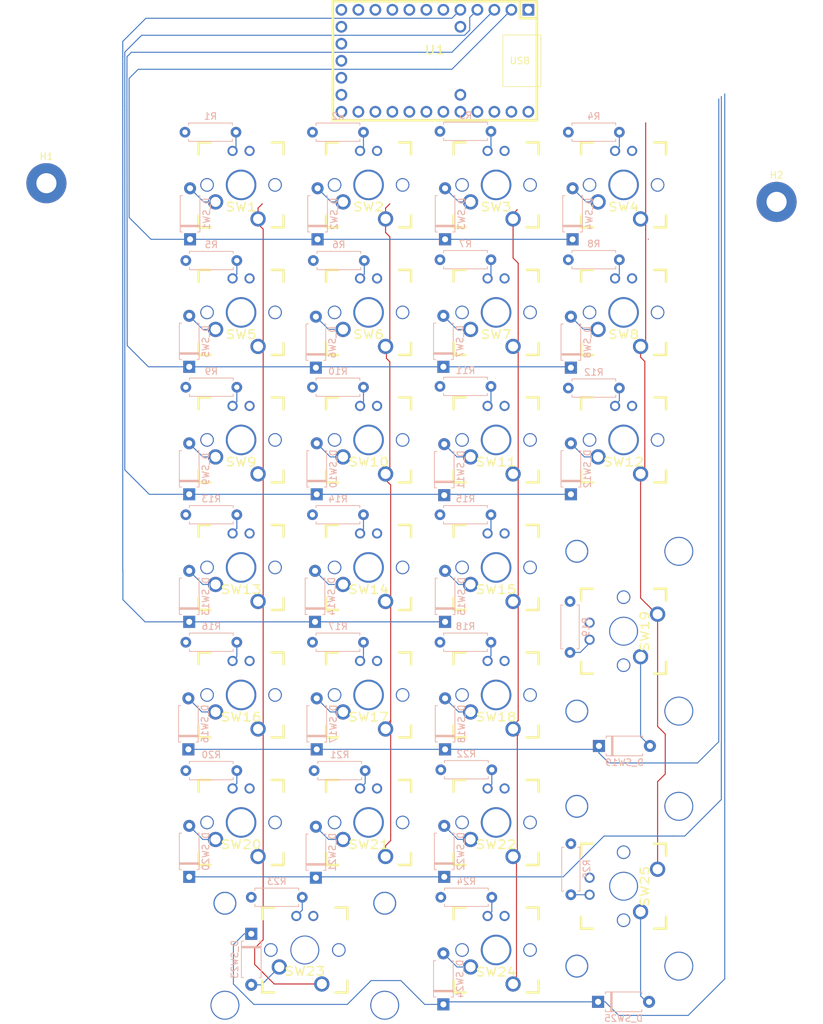
<source format=kicad_pcb>
(kicad_pcb (version 20171130) (host pcbnew "(5.1.5)-3")
  (layers (0 F.Cu signal) (31 B.Cu signal) (34 B.Paste user) (35 F.Paste user) (36 B.SilkS user) (37 F.SilkS user) (38 B.Mask user) (39 F.Mask user) (44 Edge.Cuts user))
  (net 0 "")
  (net 1 GND)
  (net 2 Rows0)
  (net 3 Rows1)
  (net 4 Rows2)
  (net 5 Rows3)
  (net 6 Rows4)
  (net 7 Rows5)
  (net 8 Rows6)
  (net 9 Columns0)
  (net 10 Columns1)
  (net 11 Columns2)
  (net 12 Columns3)
  (net 13 "Net-(D_SW1-Pad2)")
  (net 14 "Net-(D_SW2-Pad2)")
  (net 15 "Net-(D_SW3-Pad2)")
  (net 16 "Net-(D_SW4-Pad2)")
  (net 17 "Net-(D_SW5-Pad2)")
  (net 18 "Net-(D_SW6-Pad2)")
  (net 19 "Net-(D_SW7-Pad2)")
  (net 20 "Net-(D_SW8-Pad2)")
  (net 21 "Net-(D_SW9-Pad2)")
  (net 22 "Net-(D_SW10-Pad2)")
  (net 23 "Net-(D_SW11-Pad2)")
  (net 24 "Net-(D_SW12-Pad2)")
  (net 25 "Net-(D_SW13-Pad2)")
  (net 26 "Net-(D_SW14-Pad2)")
  (net 27 "Net-(D_SW15-Pad2)")
  (net 28 "Net-(D_SW16-Pad2)")
  (net 29 "Net-(D_SW17-Pad2)")
  (net 30 "Net-(D_SW18-Pad2)")
  (net 31 "Net-(D_SW19-Pad2)")
  (net 32 "Net-(D_SW20-Pad2)")
  (net 33 "Net-(D_SW21-Pad2)")
  (net 34 "Net-(D_SW22-Pad2)")
  (net 35 "Net-(D_SW23-Pad2)")
  (net 36 "Net-(D_SW24-Pad2)")
  (net 37 "Net-(D_SW25-Pad2)")
  (net 38 LedCol0)
  (net 39 "Net-(R1-Pad1)")
  (net 40 "Net-(R2-Pad1)")
  (net 41 "Net-(R3-Pad1)")
  (net 42 "Net-(R4-Pad1)")
  (net 43 "Net-(R5-Pad1)")
  (net 44 "Net-(R6-Pad1)")
  (net 45 "Net-(R7-Pad1)")
  (net 46 "Net-(R8-Pad1)")
  (net 47 "Net-(R9-Pad1)")
  (net 48 "Net-(R10-Pad1)")
  (net 49 "Net-(R11-Pad1)")
  (net 50 "Net-(R12-Pad1)")
  (net 51 "Net-(R13-Pad1)")
  (net 52 "Net-(R14-Pad1)")
  (net 53 "Net-(R15-Pad1)")
  (net 54 "Net-(R16-Pad1)")
  (net 55 "Net-(R17-Pad1)")
  (net 56 "Net-(R18-Pad1)")
  (net 57 "Net-(R19-Pad1)")
  (net 58 "Net-(R20-Pad1)")
  (net 59 "Net-(R21-Pad1)")
  (net 60 "Net-(R22-Pad1)")
  (net 61 "Net-(R23-Pad1)")
  (net 62 "Net-(R24-Pad1)")
  (net 63 "Net-(R25-Pad1)")
  (net 64 "Net-(U1-Pad31)")
  (net 65 "Net-(U1-Pad30)")
  (net 66 "Net-(U1-Pad28)")
  (net 67 "Net-(U1-Pad27)")
  (net 68 "Net-(U1-Pad26)")
  (net 69 "Net-(U1-Pad25)")
  (net 70 "Net-(U1-Pad24)")
  (net 71 "Net-(U1-Pad23)")
  (net 72 "Net-(U1-Pad19)")
  (net 73 "Net-(U1-Pad18)")
  (net 74 "Net-(U1-Pad17)")
  (net 75 "Net-(U1-Pad16)")
  (net 76 "Net-(U1-Pad13)")
  (net 77 "Net-(U1-Pad12)")
  (net 78 "Net-(U1-Pad11)")
  (net 79 "Net-(U1-Pad6)")
  (module Keyboard:TEENSY_2.0 (layer F.Cu) (at 48.006 0.508 180)
    (fp_text reference U1 (at 0 1.625) (layer F.SilkS) (effects (font (size 1.27 1.524) (thickness 0.2032))))
    (fp_text value "Teensy2.0_(C)" hide)
    (fp_text user USB (at -12.7 0) (layer F.SilkS))
    (pad 31 thru_hole circle (at -3.81 5.08 90) (size 1.7526 1.7526) (drill 1.0922) (layers *.Cu *.Mask) (net 64 "Net-(U1-Pad31)"))
    (pad 30 thru_hole circle (at -3.81 -5.08 90) (size 1.7526 1.7526) (drill 1.0922) (layers *.Cu *.Mask) (net 65 "Net-(U1-Pad30)"))
    (pad 29 thru_hole circle (at -13.97 -7.62 180) (size 1.7526 1.7526) (drill 1.0922) (layers *.Cu *.Mask) (net 38 LedCol0))
    (pad 28 thru_hole circle (at -11.43 -7.62 180) (size 1.7526 1.7526) (drill 1.0922) (layers *.Cu *.Mask) (net 66 "Net-(U1-Pad28)"))
    (pad 27 thru_hole circle (at -8.89 -7.62 180) (size 1.7526 1.7526) (drill 1.0922) (layers *.Cu *.Mask) (net 67 "Net-(U1-Pad27)"))
    (pad 26 thru_hole circle (at -6.35 -7.62 180) (size 1.7526 1.7526) (drill 1.0922) (layers *.Cu *.Mask) (net 68 "Net-(U1-Pad26)"))
    (pad 25 thru_hole circle (at -3.81 -7.62 180) (size 1.7526 1.7526) (drill 1.0922) (layers *.Cu *.Mask) (net 69 "Net-(U1-Pad25)"))
    (pad 24 thru_hole circle (at -1.27 -7.62 180) (size 1.7526 1.7526) (drill 1.0922) (layers *.Cu *.Mask) (net 70 "Net-(U1-Pad24)"))
    (pad 23 thru_hole circle (at 1.27 -7.62 180) (size 1.7526 1.7526) (drill 1.0922) (layers *.Cu *.Mask) (net 71 "Net-(U1-Pad23)"))
    (pad 22 thru_hole circle (at 3.81 -7.62 180) (size 1.7526 1.7526) (drill 1.0922) (layers *.Cu *.Mask) (net 8 Rows6))
    (pad 21 thru_hole circle (at 6.35 -7.62 180) (size 1.7526 1.7526) (drill 1.0922) (layers *.Cu *.Mask) (net 7 Rows5))
    (pad 20 thru_hole circle (at 8.89 -7.62 180) (size 1.7526 1.7526) (drill 1.0922) (layers *.Cu *.Mask) (net 6 Rows4))
    (pad 19 thru_hole circle (at 11.43 -7.62 180) (size 1.7526 1.7526) (drill 1.0922) (layers *.Cu *.Mask) (net 72 "Net-(U1-Pad19)"))
    (pad 18 thru_hole circle (at 13.97 -7.62 180) (size 1.7526 1.7526) (drill 1.0922) (layers *.Cu *.Mask) (net 73 "Net-(U1-Pad18)"))
    (pad 17 thru_hole circle (at 13.97 -5.08 90) (size 1.7526 1.7526) (drill 1.0922) (layers *.Cu *.Mask) (net 74 "Net-(U1-Pad17)"))
    (pad 16 thru_hole circle (at 13.97 -2.54 90) (size 1.7526 1.7526) (drill 1.0922) (layers *.Cu *.Mask) (net 75 "Net-(U1-Pad16)"))
    (pad 15 thru_hole circle (at 13.97 0 90) (size 1.7526 1.7526) (drill 1.0922) (layers *.Cu *.Mask) (net 1 GND))
    (pad 14 thru_hole circle (at 13.97 2.54 90) (size 1.7526 1.7526) (drill 1.0922) (layers *.Cu *.Mask) (net 38 LedCol0))
    (pad 13 thru_hole circle (at 13.97 5.08 90) (size 1.7526 1.7526) (drill 1.0922) (layers *.Cu *.Mask) (net 76 "Net-(U1-Pad13)"))
    (pad 12 thru_hole circle (at 13.97 7.62 180) (size 1.7526 1.7526) (drill 1.0922) (layers *.Cu *.Mask) (net 77 "Net-(U1-Pad12)"))
    (pad 11 thru_hole circle (at 11.43 7.62 180) (size 1.7526 1.7526) (drill 1.0922) (layers *.Cu *.Mask) (net 78 "Net-(U1-Pad11)"))
    (pad 10 thru_hole circle (at 8.89 7.62 180) (size 1.7526 1.7526) (drill 1.0922) (layers *.Cu *.Mask) (net 12 Columns3))
    (pad 9 thru_hole circle (at 6.35 7.62 180) (size 1.7526 1.7526) (drill 1.0922) (layers *.Cu *.Mask) (net 11 Columns2))
    (pad 8 thru_hole circle (at 3.81 7.62 180) (size 1.7526 1.7526) (drill 1.0922) (layers *.Cu *.Mask) (net 10 Columns1))
    (pad 7 thru_hole circle (at 1.27 7.62 180) (size 1.7526 1.7526) (drill 1.0922) (layers *.Cu *.Mask) (net 9 Columns0))
    (pad 6 thru_hole circle (at -1.27 7.62 180) (size 1.7526 1.7526) (drill 1.0922) (layers *.Cu *.Mask) (net 79 "Net-(U1-Pad6)"))
    (pad 5 thru_hole circle (at -3.81 7.62 180) (size 1.7526 1.7526) (drill 1.0922) (layers *.Cu *.Mask) (net 5 Rows3))
    (pad 4 thru_hole circle (at -6.35 7.62 180) (size 1.7526 1.7526) (drill 1.0922) (layers *.Cu *.Mask) (net 4 Rows2))
    (pad 3 thru_hole circle (at -8.89 7.62 180) (size 1.7526 1.7526) (drill 1.0922) (layers *.Cu *.Mask) (net 3 Rows1))
    (pad 2 thru_hole circle (at -11.43 7.62 180) (size 1.7526 1.7526) (drill 1.0922) (layers *.Cu *.Mask) (net 2 Rows0))
    (pad 1 thru_hole rect (at -13.97 7.62 180) (size 1.7526 1.7526) (drill 1.0922) (layers *.Cu *.Mask) (net 1 GND))
  )
  (module Keyboard:CHERRY_PCB_200V_LED (layer F.Cu) (at 76.2 123.825)
    (fp_text reference SW25 (at 3.175 0 90) (layer F.SilkS) (effects (font (size 1.27 1.524) (thickness 0.2032))))
    (fp_text value MX hide)
    (pad 4 thru_hole circle (at -5.08 1.27 90) (size 1.524 1.524) (drill 0.9906) (layers *.Cu *.Mask) (net 63 "Net-(R25-Pad1)"))
    (pad 3 thru_hole circle (at -5.08 -1.27 90) (size 1.524 1.524) (drill 0.9906) (layers *.Cu *.Mask) (net 1 GND))
    (pad HOLE thru_hole circle (at 8.255 -11.938 90) (size 4.318 4.318) (drill 3.9878) (layers *.Cu *.Mask))
    (pad HOLE thru_hole circle (at 8.255 11.938 90) (size 4.318 4.318) (drill 3.9878) (layers *.Cu *.Mask))
    (pad HOLE thru_hole circle (at -6.985 -11.938 90) (size 3.429 3.429) (drill 3.048) (layers *.Cu *.Mask))
    (pad HOLE thru_hole circle (at -6.985 11.938 90) (size 3.429 3.429) (drill 3.048) (layers *.Cu *.Mask))
    (pad HOLE thru_hole circle (at 0 -5.08 90) (size 2.032 2.032) (drill 1.7018) (layers *.Cu *.Mask))
    (pad HOLE thru_hole circle (at 0 5.08 90) (size 2.032 2.032) (drill 1.7018) (layers *.Cu *.Mask))
    (pad HOLE thru_hole circle (at 0 0 90) (size 4.318 4.318) (drill 3.9878) (layers *.Cu *.Mask))
    (pad 2 thru_hole circle (at 2.54 3.81 90) (size 2.286 2.286) (drill 1.4986) (layers *.Cu *.Mask) (net 37 "Net-(D_SW25-Pad2)"))
    (pad 1 thru_hole circle (at 5.08 -2.54 90) (size 2.286 2.286) (drill 1.4986) (layers *.Cu *.Mask) (net 12 Columns3))
  )
  (module Keyboard:CHERRY_PLATE_100H_LED (layer F.Cu) (at 57.15 133.35)
    (fp_text reference SW24 (at 0 3.302) (layer F.SilkS) (effects (font (size 1.27 1.524) (thickness 0.2032))))
    (fp_text value MX hide)
    (pad "" thru_hole circle (at -5.08 0) (size 2.032 2.032) (drill 1.7018) (layers *.Cu *.Mask))
    (pad "" thru_hole circle (at 5.08 0) (size 2.032 2.032) (drill 1.7018) (layers *.Cu *.Mask))
    (pad "" thru_hole circle (at 0 0) (size 4.572 4.572) (drill 3.9878) (layers *.Cu *.Mask))
    (pad 4 thru_hole circle (at -1.27 -5.08) (size 1.524 1.524) (drill 0.9906) (layers *.Cu *.Mask) (net 62 "Net-(R24-Pad1)"))
    (pad 3 thru_hole circle (at 1.27 -5.08) (size 1.524 1.524) (drill 0.9906) (layers *.Cu *.Mask) (net 1 GND))
    (pad 2 thru_hole circle (at -3.81 2.54) (size 2.286 2.286) (drill 1.4986) (layers *.Cu *.Mask) (net 36 "Net-(D_SW24-Pad2)"))
    (pad 1 thru_hole circle (at 2.54 5.08) (size 2.286 2.286) (drill 1.4986) (layers *.Cu *.Mask) (net 11 Columns2))
  )
  (module Keyboard:CHERRY_PCB_200H_LED (layer F.Cu) (at 28.575 133.35)
    (fp_text reference SW23 (at 0 3.175) (layer F.SilkS) (effects (font (size 1.27 1.524) (thickness 0.2032))))
    (fp_text value MX hide)
    (pad HOLE thru_hole circle (at 5.08 0 90) (size 2.032 2.032) (drill 1.7018) (layers *.Cu *.Mask))
    (pad HOLE thru_hole circle (at -5.08 0 90) (size 2.032 2.032) (drill 1.7018) (layers *.Cu *.Mask))
    (pad HOLE thru_hole circle (at 0 0) (size 4.318 4.318) (drill 3.9878) (layers *.Cu *.Mask))
    (pad 4 thru_hole circle (at -1.27 -5.08) (size 1.524 1.524) (drill 0.9906) (layers *.Cu *.Mask) (net 61 "Net-(R23-Pad1)"))
    (pad 3 thru_hole circle (at 1.27 -5.08) (size 1.524 1.524) (drill 0.9906) (layers *.Cu *.Mask) (net 1 GND))
    (pad HOLE thru_hole circle (at 11.938 8.255) (size 4.318 4.318) (drill 3.9878) (layers *.Cu *.Mask))
    (pad HOLE thru_hole circle (at -11.938 8.255) (size 4.318 4.318) (drill 3.9878) (layers *.Cu *.Mask))
    (pad HOLE thru_hole circle (at 11.938 -6.985) (size 3.429 3.429) (drill 3.048) (layers *.Cu *.Mask))
    (pad HOLE thru_hole circle (at -11.938 -6.985) (size 3.429 3.429) (drill 3.048) (layers *.Cu *.Mask))
    (pad 2 thru_hole circle (at -3.81 2.54) (size 2.286 2.286) (drill 1.4986) (layers *.Cu *.Mask) (net 35 "Net-(D_SW23-Pad2)"))
    (pad 1 thru_hole circle (at 2.54 5.08) (size 2.286 2.286) (drill 1.4986) (layers *.Cu *.Mask) (net 9 Columns0))
  )
  (module Keyboard:CHERRY_PLATE_100H_LED (layer F.Cu) (at 57.15 114.3)
    (fp_text reference SW22 (at 0 3.302) (layer F.SilkS) (effects (font (size 1.27 1.524) (thickness 0.2032))))
    (fp_text value MX hide)
    (pad "" thru_hole circle (at -5.08 0) (size 2.032 2.032) (drill 1.7018) (layers *.Cu *.Mask))
    (pad "" thru_hole circle (at 5.08 0) (size 2.032 2.032) (drill 1.7018) (layers *.Cu *.Mask))
    (pad "" thru_hole circle (at 0 0) (size 4.572 4.572) (drill 3.9878) (layers *.Cu *.Mask))
    (pad 4 thru_hole circle (at -1.27 -5.08) (size 1.524 1.524) (drill 0.9906) (layers *.Cu *.Mask) (net 60 "Net-(R22-Pad1)"))
    (pad 3 thru_hole circle (at 1.27 -5.08) (size 1.524 1.524) (drill 0.9906) (layers *.Cu *.Mask) (net 1 GND))
    (pad 2 thru_hole circle (at -3.81 2.54) (size 2.286 2.286) (drill 1.4986) (layers *.Cu *.Mask) (net 34 "Net-(D_SW22-Pad2)"))
    (pad 1 thru_hole circle (at 2.54 5.08) (size 2.286 2.286) (drill 1.4986) (layers *.Cu *.Mask) (net 11 Columns2))
  )
  (module Keyboard:CHERRY_PLATE_100H_LED (layer F.Cu) (at 38.1 114.3)
    (fp_text reference SW21 (at 0 3.302) (layer F.SilkS) (effects (font (size 1.27 1.524) (thickness 0.2032))))
    (fp_text value MX hide)
    (pad "" thru_hole circle (at -5.08 0) (size 2.032 2.032) (drill 1.7018) (layers *.Cu *.Mask))
    (pad "" thru_hole circle (at 5.08 0) (size 2.032 2.032) (drill 1.7018) (layers *.Cu *.Mask))
    (pad "" thru_hole circle (at 0 0) (size 4.572 4.572) (drill 3.9878) (layers *.Cu *.Mask))
    (pad 4 thru_hole circle (at -1.27 -5.08) (size 1.524 1.524) (drill 0.9906) (layers *.Cu *.Mask) (net 59 "Net-(R21-Pad1)"))
    (pad 3 thru_hole circle (at 1.27 -5.08) (size 1.524 1.524) (drill 0.9906) (layers *.Cu *.Mask) (net 1 GND))
    (pad 2 thru_hole circle (at -3.81 2.54) (size 2.286 2.286) (drill 1.4986) (layers *.Cu *.Mask) (net 33 "Net-(D_SW21-Pad2)"))
    (pad 1 thru_hole circle (at 2.54 5.08) (size 2.286 2.286) (drill 1.4986) (layers *.Cu *.Mask) (net 10 Columns1))
  )
  (module Keyboard:CHERRY_PLATE_100H_LED (layer F.Cu) (at 19.05 114.3)
    (fp_text reference SW20 (at 0 3.302) (layer F.SilkS) (effects (font (size 1.27 1.524) (thickness 0.2032))))
    (fp_text value MX hide)
    (pad "" thru_hole circle (at -5.08 0) (size 2.032 2.032) (drill 1.7018) (layers *.Cu *.Mask))
    (pad "" thru_hole circle (at 5.08 0) (size 2.032 2.032) (drill 1.7018) (layers *.Cu *.Mask))
    (pad "" thru_hole circle (at 0 0) (size 4.572 4.572) (drill 3.9878) (layers *.Cu *.Mask))
    (pad 4 thru_hole circle (at -1.27 -5.08) (size 1.524 1.524) (drill 0.9906) (layers *.Cu *.Mask) (net 58 "Net-(R20-Pad1)"))
    (pad 3 thru_hole circle (at 1.27 -5.08) (size 1.524 1.524) (drill 0.9906) (layers *.Cu *.Mask) (net 1 GND))
    (pad 2 thru_hole circle (at -3.81 2.54) (size 2.286 2.286) (drill 1.4986) (layers *.Cu *.Mask) (net 32 "Net-(D_SW20-Pad2)"))
    (pad 1 thru_hole circle (at 2.54 5.08) (size 2.286 2.286) (drill 1.4986) (layers *.Cu *.Mask) (net 9 Columns0))
  )
  (module Keyboard:CHERRY_PCB_200V_LED (layer F.Cu) (at 76.2 85.725)
    (fp_text reference SW19 (at 3.175 0 90) (layer F.SilkS) (effects (font (size 1.27 1.524) (thickness 0.2032))))
    (fp_text value MX hide)
    (pad 4 thru_hole circle (at -5.08 1.27 90) (size 1.524 1.524) (drill 0.9906) (layers *.Cu *.Mask) (net 57 "Net-(R19-Pad1)"))
    (pad 3 thru_hole circle (at -5.08 -1.27 90) (size 1.524 1.524) (drill 0.9906) (layers *.Cu *.Mask) (net 1 GND))
    (pad HOLE thru_hole circle (at 8.255 -11.938 90) (size 4.318 4.318) (drill 3.9878) (layers *.Cu *.Mask))
    (pad HOLE thru_hole circle (at 8.255 11.938 90) (size 4.318 4.318) (drill 3.9878) (layers *.Cu *.Mask))
    (pad HOLE thru_hole circle (at -6.985 -11.938 90) (size 3.429 3.429) (drill 3.048) (layers *.Cu *.Mask))
    (pad HOLE thru_hole circle (at -6.985 11.938 90) (size 3.429 3.429) (drill 3.048) (layers *.Cu *.Mask))
    (pad HOLE thru_hole circle (at 0 -5.08 90) (size 2.032 2.032) (drill 1.7018) (layers *.Cu *.Mask))
    (pad HOLE thru_hole circle (at 0 5.08 90) (size 2.032 2.032) (drill 1.7018) (layers *.Cu *.Mask))
    (pad HOLE thru_hole circle (at 0 0 90) (size 4.318 4.318) (drill 3.9878) (layers *.Cu *.Mask))
    (pad 2 thru_hole circle (at 2.54 3.81 90) (size 2.286 2.286) (drill 1.4986) (layers *.Cu *.Mask) (net 31 "Net-(D_SW19-Pad2)"))
    (pad 1 thru_hole circle (at 5.08 -2.54 90) (size 2.286 2.286) (drill 1.4986) (layers *.Cu *.Mask) (net 12 Columns3))
  )
  (module Keyboard:CHERRY_PLATE_100H_LED (layer F.Cu) (at 57.15 95.25)
    (fp_text reference SW18 (at 0 3.302) (layer F.SilkS) (effects (font (size 1.27 1.524) (thickness 0.2032))))
    (fp_text value MX hide)
    (pad "" thru_hole circle (at -5.08 0) (size 2.032 2.032) (drill 1.7018) (layers *.Cu *.Mask))
    (pad "" thru_hole circle (at 5.08 0) (size 2.032 2.032) (drill 1.7018) (layers *.Cu *.Mask))
    (pad "" thru_hole circle (at 0 0) (size 4.572 4.572) (drill 3.9878) (layers *.Cu *.Mask))
    (pad 4 thru_hole circle (at -1.27 -5.08) (size 1.524 1.524) (drill 0.9906) (layers *.Cu *.Mask) (net 56 "Net-(R18-Pad1)"))
    (pad 3 thru_hole circle (at 1.27 -5.08) (size 1.524 1.524) (drill 0.9906) (layers *.Cu *.Mask) (net 1 GND))
    (pad 2 thru_hole circle (at -3.81 2.54) (size 2.286 2.286) (drill 1.4986) (layers *.Cu *.Mask) (net 30 "Net-(D_SW18-Pad2)"))
    (pad 1 thru_hole circle (at 2.54 5.08) (size 2.286 2.286) (drill 1.4986) (layers *.Cu *.Mask) (net 11 Columns2))
  )
  (module Keyboard:CHERRY_PLATE_100H_LED (layer F.Cu) (at 38.1 95.25)
    (fp_text reference SW17 (at 0 3.302) (layer F.SilkS) (effects (font (size 1.27 1.524) (thickness 0.2032))))
    (fp_text value MX hide)
    (pad "" thru_hole circle (at -5.08 0) (size 2.032 2.032) (drill 1.7018) (layers *.Cu *.Mask))
    (pad "" thru_hole circle (at 5.08 0) (size 2.032 2.032) (drill 1.7018) (layers *.Cu *.Mask))
    (pad "" thru_hole circle (at 0 0) (size 4.572 4.572) (drill 3.9878) (layers *.Cu *.Mask))
    (pad 4 thru_hole circle (at -1.27 -5.08) (size 1.524 1.524) (drill 0.9906) (layers *.Cu *.Mask) (net 55 "Net-(R17-Pad1)"))
    (pad 3 thru_hole circle (at 1.27 -5.08) (size 1.524 1.524) (drill 0.9906) (layers *.Cu *.Mask) (net 1 GND))
    (pad 2 thru_hole circle (at -3.81 2.54) (size 2.286 2.286) (drill 1.4986) (layers *.Cu *.Mask) (net 29 "Net-(D_SW17-Pad2)"))
    (pad 1 thru_hole circle (at 2.54 5.08) (size 2.286 2.286) (drill 1.4986) (layers *.Cu *.Mask) (net 10 Columns1))
  )
  (module Keyboard:CHERRY_PLATE_100H_LED (layer F.Cu) (at 19.05 95.25)
    (fp_text reference SW16 (at 0 3.302) (layer F.SilkS) (effects (font (size 1.27 1.524) (thickness 0.2032))))
    (fp_text value MX hide)
    (pad "" thru_hole circle (at -5.08 0) (size 2.032 2.032) (drill 1.7018) (layers *.Cu *.Mask))
    (pad "" thru_hole circle (at 5.08 0) (size 2.032 2.032) (drill 1.7018) (layers *.Cu *.Mask))
    (pad "" thru_hole circle (at 0 0) (size 4.572 4.572) (drill 3.9878) (layers *.Cu *.Mask))
    (pad 4 thru_hole circle (at -1.27 -5.08) (size 1.524 1.524) (drill 0.9906) (layers *.Cu *.Mask) (net 54 "Net-(R16-Pad1)"))
    (pad 3 thru_hole circle (at 1.27 -5.08) (size 1.524 1.524) (drill 0.9906) (layers *.Cu *.Mask) (net 1 GND))
    (pad 2 thru_hole circle (at -3.81 2.54) (size 2.286 2.286) (drill 1.4986) (layers *.Cu *.Mask) (net 28 "Net-(D_SW16-Pad2)"))
    (pad 1 thru_hole circle (at 2.54 5.08) (size 2.286 2.286) (drill 1.4986) (layers *.Cu *.Mask) (net 9 Columns0))
  )
  (module Keyboard:CHERRY_PLATE_100H_LED (layer F.Cu) (at 57.15 76.2)
    (fp_text reference SW15 (at 0 3.302) (layer F.SilkS) (effects (font (size 1.27 1.524) (thickness 0.2032))))
    (fp_text value MX hide)
    (pad "" thru_hole circle (at -5.08 0) (size 2.032 2.032) (drill 1.7018) (layers *.Cu *.Mask))
    (pad "" thru_hole circle (at 5.08 0) (size 2.032 2.032) (drill 1.7018) (layers *.Cu *.Mask))
    (pad "" thru_hole circle (at 0 0) (size 4.572 4.572) (drill 3.9878) (layers *.Cu *.Mask))
    (pad 4 thru_hole circle (at -1.27 -5.08) (size 1.524 1.524) (drill 0.9906) (layers *.Cu *.Mask) (net 53 "Net-(R15-Pad1)"))
    (pad 3 thru_hole circle (at 1.27 -5.08) (size 1.524 1.524) (drill 0.9906) (layers *.Cu *.Mask) (net 1 GND))
    (pad 2 thru_hole circle (at -3.81 2.54) (size 2.286 2.286) (drill 1.4986) (layers *.Cu *.Mask) (net 27 "Net-(D_SW15-Pad2)"))
    (pad 1 thru_hole circle (at 2.54 5.08) (size 2.286 2.286) (drill 1.4986) (layers *.Cu *.Mask) (net 11 Columns2))
  )
  (module Keyboard:CHERRY_PLATE_100H_LED (layer F.Cu) (at 38.1 76.2)
    (fp_text reference SW14 (at 0 3.302) (layer F.SilkS) (effects (font (size 1.27 1.524) (thickness 0.2032))))
    (fp_text value MX hide)
    (pad "" thru_hole circle (at -5.08 0) (size 2.032 2.032) (drill 1.7018) (layers *.Cu *.Mask))
    (pad "" thru_hole circle (at 5.08 0) (size 2.032 2.032) (drill 1.7018) (layers *.Cu *.Mask))
    (pad "" thru_hole circle (at 0 0) (size 4.572 4.572) (drill 3.9878) (layers *.Cu *.Mask))
    (pad 4 thru_hole circle (at -1.27 -5.08) (size 1.524 1.524) (drill 0.9906) (layers *.Cu *.Mask) (net 52 "Net-(R14-Pad1)"))
    (pad 3 thru_hole circle (at 1.27 -5.08) (size 1.524 1.524) (drill 0.9906) (layers *.Cu *.Mask) (net 1 GND))
    (pad 2 thru_hole circle (at -3.81 2.54) (size 2.286 2.286) (drill 1.4986) (layers *.Cu *.Mask) (net 26 "Net-(D_SW14-Pad2)"))
    (pad 1 thru_hole circle (at 2.54 5.08) (size 2.286 2.286) (drill 1.4986) (layers *.Cu *.Mask) (net 10 Columns1))
  )
  (module Keyboard:CHERRY_PLATE_100H_LED (layer F.Cu) (at 19.05 76.2)
    (fp_text reference SW13 (at 0 3.302) (layer F.SilkS) (effects (font (size 1.27 1.524) (thickness 0.2032))))
    (fp_text value MX hide)
    (pad "" thru_hole circle (at -5.08 0) (size 2.032 2.032) (drill 1.7018) (layers *.Cu *.Mask))
    (pad "" thru_hole circle (at 5.08 0) (size 2.032 2.032) (drill 1.7018) (layers *.Cu *.Mask))
    (pad "" thru_hole circle (at 0 0) (size 4.572 4.572) (drill 3.9878) (layers *.Cu *.Mask))
    (pad 4 thru_hole circle (at -1.27 -5.08) (size 1.524 1.524) (drill 0.9906) (layers *.Cu *.Mask) (net 51 "Net-(R13-Pad1)"))
    (pad 3 thru_hole circle (at 1.27 -5.08) (size 1.524 1.524) (drill 0.9906) (layers *.Cu *.Mask) (net 1 GND))
    (pad 2 thru_hole circle (at -3.81 2.54) (size 2.286 2.286) (drill 1.4986) (layers *.Cu *.Mask) (net 25 "Net-(D_SW13-Pad2)"))
    (pad 1 thru_hole circle (at 2.54 5.08) (size 2.286 2.286) (drill 1.4986) (layers *.Cu *.Mask) (net 9 Columns0))
  )
  (module Keyboard:CHERRY_PLATE_100H_LED (layer F.Cu) (at 76.2 57.15)
    (fp_text reference SW12 (at 0 3.302) (layer F.SilkS) (effects (font (size 1.27 1.524) (thickness 0.2032))))
    (fp_text value MX hide)
    (pad "" thru_hole circle (at -5.08 0) (size 2.032 2.032) (drill 1.7018) (layers *.Cu *.Mask))
    (pad "" thru_hole circle (at 5.08 0) (size 2.032 2.032) (drill 1.7018) (layers *.Cu *.Mask))
    (pad "" thru_hole circle (at 0 0) (size 4.572 4.572) (drill 3.9878) (layers *.Cu *.Mask))
    (pad 4 thru_hole circle (at -1.27 -5.08) (size 1.524 1.524) (drill 0.9906) (layers *.Cu *.Mask) (net 50 "Net-(R12-Pad1)"))
    (pad 3 thru_hole circle (at 1.27 -5.08) (size 1.524 1.524) (drill 0.9906) (layers *.Cu *.Mask) (net 1 GND))
    (pad 2 thru_hole circle (at -3.81 2.54) (size 2.286 2.286) (drill 1.4986) (layers *.Cu *.Mask) (net 24 "Net-(D_SW12-Pad2)"))
    (pad 1 thru_hole circle (at 2.54 5.08) (size 2.286 2.286) (drill 1.4986) (layers *.Cu *.Mask) (net 12 Columns3))
  )
  (module Keyboard:CHERRY_PLATE_100H_LED (layer F.Cu) (at 57.15 57.15)
    (fp_text reference SW11 (at 0 3.302) (layer F.SilkS) (effects (font (size 1.27 1.524) (thickness 0.2032))))
    (fp_text value MX hide)
    (pad "" thru_hole circle (at -5.08 0) (size 2.032 2.032) (drill 1.7018) (layers *.Cu *.Mask))
    (pad "" thru_hole circle (at 5.08 0) (size 2.032 2.032) (drill 1.7018) (layers *.Cu *.Mask))
    (pad "" thru_hole circle (at 0 0) (size 4.572 4.572) (drill 3.9878) (layers *.Cu *.Mask))
    (pad 4 thru_hole circle (at -1.27 -5.08) (size 1.524 1.524) (drill 0.9906) (layers *.Cu *.Mask) (net 49 "Net-(R11-Pad1)"))
    (pad 3 thru_hole circle (at 1.27 -5.08) (size 1.524 1.524) (drill 0.9906) (layers *.Cu *.Mask) (net 1 GND))
    (pad 2 thru_hole circle (at -3.81 2.54) (size 2.286 2.286) (drill 1.4986) (layers *.Cu *.Mask) (net 23 "Net-(D_SW11-Pad2)"))
    (pad 1 thru_hole circle (at 2.54 5.08) (size 2.286 2.286) (drill 1.4986) (layers *.Cu *.Mask) (net 11 Columns2))
  )
  (module Keyboard:CHERRY_PLATE_100H_LED (layer F.Cu) (at 38.1 57.15)
    (fp_text reference SW10 (at 0 3.302) (layer F.SilkS) (effects (font (size 1.27 1.524) (thickness 0.2032))))
    (fp_text value MX hide)
    (pad "" thru_hole circle (at -5.08 0) (size 2.032 2.032) (drill 1.7018) (layers *.Cu *.Mask))
    (pad "" thru_hole circle (at 5.08 0) (size 2.032 2.032) (drill 1.7018) (layers *.Cu *.Mask))
    (pad "" thru_hole circle (at 0 0) (size 4.572 4.572) (drill 3.9878) (layers *.Cu *.Mask))
    (pad 4 thru_hole circle (at -1.27 -5.08) (size 1.524 1.524) (drill 0.9906) (layers *.Cu *.Mask) (net 48 "Net-(R10-Pad1)"))
    (pad 3 thru_hole circle (at 1.27 -5.08) (size 1.524 1.524) (drill 0.9906) (layers *.Cu *.Mask) (net 1 GND))
    (pad 2 thru_hole circle (at -3.81 2.54) (size 2.286 2.286) (drill 1.4986) (layers *.Cu *.Mask) (net 22 "Net-(D_SW10-Pad2)"))
    (pad 1 thru_hole circle (at 2.54 5.08) (size 2.286 2.286) (drill 1.4986) (layers *.Cu *.Mask) (net 10 Columns1))
  )
  (module Keyboard:CHERRY_PLATE_100H_LED (layer F.Cu) (at 19.05 57.15)
    (fp_text reference SW9 (at 0 3.302) (layer F.SilkS) (effects (font (size 1.27 1.524) (thickness 0.2032))))
    (fp_text value MX hide)
    (pad "" thru_hole circle (at -5.08 0) (size 2.032 2.032) (drill 1.7018) (layers *.Cu *.Mask))
    (pad "" thru_hole circle (at 5.08 0) (size 2.032 2.032) (drill 1.7018) (layers *.Cu *.Mask))
    (pad "" thru_hole circle (at 0 0) (size 4.572 4.572) (drill 3.9878) (layers *.Cu *.Mask))
    (pad 4 thru_hole circle (at -1.27 -5.08) (size 1.524 1.524) (drill 0.9906) (layers *.Cu *.Mask) (net 47 "Net-(R9-Pad1)"))
    (pad 3 thru_hole circle (at 1.27 -5.08) (size 1.524 1.524) (drill 0.9906) (layers *.Cu *.Mask) (net 1 GND))
    (pad 2 thru_hole circle (at -3.81 2.54) (size 2.286 2.286) (drill 1.4986) (layers *.Cu *.Mask) (net 21 "Net-(D_SW9-Pad2)"))
    (pad 1 thru_hole circle (at 2.54 5.08) (size 2.286 2.286) (drill 1.4986) (layers *.Cu *.Mask) (net 9 Columns0))
  )
  (module Keyboard:CHERRY_PLATE_100H_LED (layer F.Cu) (at 76.2 38.1)
    (fp_text reference SW8 (at 0 3.302) (layer F.SilkS) (effects (font (size 1.27 1.524) (thickness 0.2032))))
    (fp_text value MX hide)
    (pad "" thru_hole circle (at -5.08 0) (size 2.032 2.032) (drill 1.7018) (layers *.Cu *.Mask))
    (pad "" thru_hole circle (at 5.08 0) (size 2.032 2.032) (drill 1.7018) (layers *.Cu *.Mask))
    (pad "" thru_hole circle (at 0 0) (size 4.572 4.572) (drill 3.9878) (layers *.Cu *.Mask))
    (pad 4 thru_hole circle (at -1.27 -5.08) (size 1.524 1.524) (drill 0.9906) (layers *.Cu *.Mask) (net 46 "Net-(R8-Pad1)"))
    (pad 3 thru_hole circle (at 1.27 -5.08) (size 1.524 1.524) (drill 0.9906) (layers *.Cu *.Mask) (net 1 GND))
    (pad 2 thru_hole circle (at -3.81 2.54) (size 2.286 2.286) (drill 1.4986) (layers *.Cu *.Mask) (net 20 "Net-(D_SW8-Pad2)"))
    (pad 1 thru_hole circle (at 2.54 5.08) (size 2.286 2.286) (drill 1.4986) (layers *.Cu *.Mask) (net 12 Columns3))
  )
  (module Keyboard:CHERRY_PLATE_100H_LED (layer F.Cu) (at 57.15 38.1)
    (fp_text reference SW7 (at 0 3.302) (layer F.SilkS) (effects (font (size 1.27 1.524) (thickness 0.2032))))
    (fp_text value MX hide)
    (pad "" thru_hole circle (at -5.08 0) (size 2.032 2.032) (drill 1.7018) (layers *.Cu *.Mask))
    (pad "" thru_hole circle (at 5.08 0) (size 2.032 2.032) (drill 1.7018) (layers *.Cu *.Mask))
    (pad "" thru_hole circle (at 0 0) (size 4.572 4.572) (drill 3.9878) (layers *.Cu *.Mask))
    (pad 4 thru_hole circle (at -1.27 -5.08) (size 1.524 1.524) (drill 0.9906) (layers *.Cu *.Mask) (net 45 "Net-(R7-Pad1)"))
    (pad 3 thru_hole circle (at 1.27 -5.08) (size 1.524 1.524) (drill 0.9906) (layers *.Cu *.Mask) (net 1 GND))
    (pad 2 thru_hole circle (at -3.81 2.54) (size 2.286 2.286) (drill 1.4986) (layers *.Cu *.Mask) (net 19 "Net-(D_SW7-Pad2)"))
    (pad 1 thru_hole circle (at 2.54 5.08) (size 2.286 2.286) (drill 1.4986) (layers *.Cu *.Mask) (net 11 Columns2))
  )
  (module Keyboard:CHERRY_PLATE_100H_LED (layer F.Cu) (at 38.1 38.1)
    (fp_text reference SW6 (at 0 3.302) (layer F.SilkS) (effects (font (size 1.27 1.524) (thickness 0.2032))))
    (fp_text value MX hide)
    (pad "" thru_hole circle (at -5.08 0) (size 2.032 2.032) (drill 1.7018) (layers *.Cu *.Mask))
    (pad "" thru_hole circle (at 5.08 0) (size 2.032 2.032) (drill 1.7018) (layers *.Cu *.Mask))
    (pad "" thru_hole circle (at 0 0) (size 4.572 4.572) (drill 3.9878) (layers *.Cu *.Mask))
    (pad 4 thru_hole circle (at -1.27 -5.08) (size 1.524 1.524) (drill 0.9906) (layers *.Cu *.Mask) (net 44 "Net-(R6-Pad1)"))
    (pad 3 thru_hole circle (at 1.27 -5.08) (size 1.524 1.524) (drill 0.9906) (layers *.Cu *.Mask) (net 1 GND))
    (pad 2 thru_hole circle (at -3.81 2.54) (size 2.286 2.286) (drill 1.4986) (layers *.Cu *.Mask) (net 18 "Net-(D_SW6-Pad2)"))
    (pad 1 thru_hole circle (at 2.54 5.08) (size 2.286 2.286) (drill 1.4986) (layers *.Cu *.Mask) (net 10 Columns1))
  )
  (module Keyboard:CHERRY_PLATE_100H_LED (layer F.Cu) (at 19.05 38.1)
    (fp_text reference SW5 (at 0 3.302) (layer F.SilkS) (effects (font (size 1.27 1.524) (thickness 0.2032))))
    (fp_text value MX hide)
    (pad "" thru_hole circle (at -5.08 0) (size 2.032 2.032) (drill 1.7018) (layers *.Cu *.Mask))
    (pad "" thru_hole circle (at 5.08 0) (size 2.032 2.032) (drill 1.7018) (layers *.Cu *.Mask))
    (pad "" thru_hole circle (at 0 0) (size 4.572 4.572) (drill 3.9878) (layers *.Cu *.Mask))
    (pad 4 thru_hole circle (at -1.27 -5.08) (size 1.524 1.524) (drill 0.9906) (layers *.Cu *.Mask) (net 43 "Net-(R5-Pad1)"))
    (pad 3 thru_hole circle (at 1.27 -5.08) (size 1.524 1.524) (drill 0.9906) (layers *.Cu *.Mask) (net 1 GND))
    (pad 2 thru_hole circle (at -3.81 2.54) (size 2.286 2.286) (drill 1.4986) (layers *.Cu *.Mask) (net 17 "Net-(D_SW5-Pad2)"))
    (pad 1 thru_hole circle (at 2.54 5.08) (size 2.286 2.286) (drill 1.4986) (layers *.Cu *.Mask) (net 9 Columns0))
  )
  (module Keyboard:CHERRY_PLATE_100H_LED (layer F.Cu) (at 76.2 19.05)
    (fp_text reference SW4 (at 0 3.302) (layer F.SilkS) (effects (font (size 1.27 1.524) (thickness 0.2032))))
    (fp_text value MX hide)
    (pad "" thru_hole circle (at -5.08 0) (size 2.032 2.032) (drill 1.7018) (layers *.Cu *.Mask))
    (pad "" thru_hole circle (at 5.08 0) (size 2.032 2.032) (drill 1.7018) (layers *.Cu *.Mask))
    (pad "" thru_hole circle (at 0 0) (size 4.572 4.572) (drill 3.9878) (layers *.Cu *.Mask))
    (pad 4 thru_hole circle (at -1.27 -5.08) (size 1.524 1.524) (drill 0.9906) (layers *.Cu *.Mask) (net 42 "Net-(R4-Pad1)"))
    (pad 3 thru_hole circle (at 1.27 -5.08) (size 1.524 1.524) (drill 0.9906) (layers *.Cu *.Mask) (net 1 GND))
    (pad 2 thru_hole circle (at -3.81 2.54) (size 2.286 2.286) (drill 1.4986) (layers *.Cu *.Mask) (net 16 "Net-(D_SW4-Pad2)"))
    (pad 1 thru_hole circle (at 2.54 5.08) (size 2.286 2.286) (drill 1.4986) (layers *.Cu *.Mask) (net 12 Columns3))
  )
  (module Keyboard:CHERRY_PLATE_100H_LED (layer F.Cu) (at 57.15 19.05)
    (fp_text reference SW3 (at 0 3.302) (layer F.SilkS) (effects (font (size 1.27 1.524) (thickness 0.2032))))
    (fp_text value MX hide)
    (pad "" thru_hole circle (at -5.08 0) (size 2.032 2.032) (drill 1.7018) (layers *.Cu *.Mask))
    (pad "" thru_hole circle (at 5.08 0) (size 2.032 2.032) (drill 1.7018) (layers *.Cu *.Mask))
    (pad "" thru_hole circle (at 0 0) (size 4.572 4.572) (drill 3.9878) (layers *.Cu *.Mask))
    (pad 4 thru_hole circle (at -1.27 -5.08) (size 1.524 1.524) (drill 0.9906) (layers *.Cu *.Mask) (net 41 "Net-(R3-Pad1)"))
    (pad 3 thru_hole circle (at 1.27 -5.08) (size 1.524 1.524) (drill 0.9906) (layers *.Cu *.Mask) (net 1 GND))
    (pad 2 thru_hole circle (at -3.81 2.54) (size 2.286 2.286) (drill 1.4986) (layers *.Cu *.Mask) (net 15 "Net-(D_SW3-Pad2)"))
    (pad 1 thru_hole circle (at 2.54 5.08) (size 2.286 2.286) (drill 1.4986) (layers *.Cu *.Mask) (net 11 Columns2))
  )
  (module Keyboard:CHERRY_PLATE_100H_LED (layer F.Cu) (at 38.1 19.05)
    (fp_text reference SW2 (at 0 3.302) (layer F.SilkS) (effects (font (size 1.27 1.524) (thickness 0.2032))))
    (fp_text value MX hide)
    (pad "" thru_hole circle (at -5.08 0) (size 2.032 2.032) (drill 1.7018) (layers *.Cu *.Mask))
    (pad "" thru_hole circle (at 5.08 0) (size 2.032 2.032) (drill 1.7018) (layers *.Cu *.Mask))
    (pad "" thru_hole circle (at 0 0) (size 4.572 4.572) (drill 3.9878) (layers *.Cu *.Mask))
    (pad 4 thru_hole circle (at -1.27 -5.08) (size 1.524 1.524) (drill 0.9906) (layers *.Cu *.Mask) (net 40 "Net-(R2-Pad1)"))
    (pad 3 thru_hole circle (at 1.27 -5.08) (size 1.524 1.524) (drill 0.9906) (layers *.Cu *.Mask) (net 1 GND))
    (pad 2 thru_hole circle (at -3.81 2.54) (size 2.286 2.286) (drill 1.4986) (layers *.Cu *.Mask) (net 14 "Net-(D_SW2-Pad2)"))
    (pad 1 thru_hole circle (at 2.54 5.08) (size 2.286 2.286) (drill 1.4986) (layers *.Cu *.Mask) (net 10 Columns1))
  )
  (module Keyboard:CHERRY_PLATE_100H_LED (layer F.Cu) (at 19.05 19.05)
    (fp_text reference SW1 (at 0 3.302) (layer F.SilkS) (effects (font (size 1.27 1.524) (thickness 0.2032))))
    (fp_text value MX hide)
    (pad "" thru_hole circle (at -5.08 0) (size 2.032 2.032) (drill 1.7018) (layers *.Cu *.Mask))
    (pad "" thru_hole circle (at 5.08 0) (size 2.032 2.032) (drill 1.7018) (layers *.Cu *.Mask))
    (pad "" thru_hole circle (at 0 0) (size 4.572 4.572) (drill 3.9878) (layers *.Cu *.Mask))
    (pad 4 thru_hole circle (at -1.27 -5.08) (size 1.524 1.524) (drill 0.9906) (layers *.Cu *.Mask) (net 39 "Net-(R1-Pad1)"))
    (pad 3 thru_hole circle (at 1.27 -5.08) (size 1.524 1.524) (drill 0.9906) (layers *.Cu *.Mask) (net 1 GND))
    (pad 2 thru_hole circle (at -3.81 2.54) (size 2.286 2.286) (drill 1.4986) (layers *.Cu *.Mask) (net 13 "Net-(D_SW1-Pad2)"))
    (pad 1 thru_hole circle (at 2.54 5.08) (size 2.286 2.286) (drill 1.4986) (layers *.Cu *.Mask) (net 9 Columns0))
  )
  (module Resistor_THT:R_Axial_DIN0207_L6.3mm_D2.5mm_P7.62mm_Horizontal (layer B.Cu) (at 68.326 125.095 90)
    (fp_text reference R25 (at 3.81 2.37 90) (layer B.SilkS) (effects (justify mirror)))
    (fp_text value R220)
    (pad 2 thru_hole oval (at 7.62 0 90) (size 1.6 1.6) (drill 0.8) (layers *.Cu *.Mask) (net 38 LedCol0))
    (pad 1 thru_hole circle (at 0 0 90) (size 1.6 1.6) (drill 0.8) (layers *.Cu *.Mask) (net 63 "Net-(R25-Pad1)"))
  )
  (module Resistor_THT:R_Axial_DIN0207_L6.3mm_D2.5mm_P7.62mm_Horizontal (layer B.Cu) (at 56.515 125.476 180)
    (fp_text reference R24 (at 3.81 2.37) (layer B.SilkS) (effects (justify mirror)))
    (fp_text value R220)
    (pad 2 thru_hole oval (at 7.62 0 180) (size 1.6 1.6) (drill 0.8) (layers *.Cu *.Mask) (net 38 LedCol0))
    (pad 1 thru_hole circle (at 0 0 180) (size 1.6 1.6) (drill 0.8) (layers *.Cu *.Mask) (net 62 "Net-(R24-Pad1)"))
  )
  (module Resistor_THT:R_Axial_DIN0207_L6.3mm_D2.5mm_P7.62mm_Horizontal (layer B.Cu) (at 28.194 125.476 180)
    (fp_text reference R23 (at 3.81 2.37) (layer B.SilkS) (effects (justify mirror)))
    (fp_text value R220)
    (pad 2 thru_hole oval (at 7.62 0 180) (size 1.6 1.6) (drill 0.8) (layers *.Cu *.Mask) (net 38 LedCol0))
    (pad 1 thru_hole circle (at 0 0 180) (size 1.6 1.6) (drill 0.8) (layers *.Cu *.Mask) (net 61 "Net-(R23-Pad1)"))
  )
  (module Resistor_THT:R_Axial_DIN0207_L6.3mm_D2.5mm_P7.62mm_Horizontal (layer B.Cu) (at 56.515 106.426 180)
    (fp_text reference R22 (at 3.81 2.37) (layer B.SilkS) (effects (justify mirror)))
    (fp_text value R220)
    (pad 2 thru_hole oval (at 7.62 0 180) (size 1.6 1.6) (drill 0.8) (layers *.Cu *.Mask) (net 38 LedCol0))
    (pad 1 thru_hole circle (at 0 0 180) (size 1.6 1.6) (drill 0.8) (layers *.Cu *.Mask) (net 60 "Net-(R22-Pad1)"))
  )
  (module Resistor_THT:R_Axial_DIN0207_L6.3mm_D2.5mm_P7.62mm_Horizontal (layer B.Cu) (at 37.592 106.553 180)
    (fp_text reference R21 (at 3.81 2.37) (layer B.SilkS) (effects (justify mirror)))
    (fp_text value R220)
    (pad 2 thru_hole oval (at 7.62 0 180) (size 1.6 1.6) (drill 0.8) (layers *.Cu *.Mask) (net 38 LedCol0))
    (pad 1 thru_hole circle (at 0 0 180) (size 1.6 1.6) (drill 0.8) (layers *.Cu *.Mask) (net 59 "Net-(R21-Pad1)"))
  )
  (module Resistor_THT:R_Axial_DIN0207_L6.3mm_D2.5mm_P7.62mm_Horizontal (layer B.Cu) (at 18.415 106.553 180)
    (fp_text reference R20 (at 3.81 2.37) (layer B.SilkS) (effects (justify mirror)))
    (fp_text value R220)
    (pad 2 thru_hole oval (at 7.62 0 180) (size 1.6 1.6) (drill 0.8) (layers *.Cu *.Mask) (net 38 LedCol0))
    (pad 1 thru_hole circle (at 0 0 180) (size 1.6 1.6) (drill 0.8) (layers *.Cu *.Mask) (net 58 "Net-(R20-Pad1)"))
  )
  (module Resistor_THT:R_Axial_DIN0207_L6.3mm_D2.5mm_P7.62mm_Horizontal (layer B.Cu) (at 68.199 88.9 90)
    (fp_text reference R19 (at 3.81 2.37 90) (layer B.SilkS) (effects (justify mirror)))
    (fp_text value R220)
    (pad 2 thru_hole oval (at 7.62 0 90) (size 1.6 1.6) (drill 0.8) (layers *.Cu *.Mask) (net 38 LedCol0))
    (pad 1 thru_hole circle (at 0 0 90) (size 1.6 1.6) (drill 0.8) (layers *.Cu *.Mask) (net 57 "Net-(R19-Pad1)"))
  )
  (module Resistor_THT:R_Axial_DIN0207_L6.3mm_D2.5mm_P7.62mm_Horizontal (layer B.Cu) (at 56.388 87.376 180)
    (fp_text reference R18 (at 3.81 2.37) (layer B.SilkS) (effects (justify mirror)))
    (fp_text value R220)
    (pad 2 thru_hole oval (at 7.62 0 180) (size 1.6 1.6) (drill 0.8) (layers *.Cu *.Mask) (net 38 LedCol0))
    (pad 1 thru_hole circle (at 0 0 180) (size 1.6 1.6) (drill 0.8) (layers *.Cu *.Mask) (net 56 "Net-(R18-Pad1)"))
  )
  (module Resistor_THT:R_Axial_DIN0207_L6.3mm_D2.5mm_P7.62mm_Horizontal (layer B.Cu) (at 37.338 87.376 180)
    (fp_text reference R17 (at 3.81 2.37) (layer B.SilkS) (effects (justify mirror)))
    (fp_text value R220)
    (pad 2 thru_hole oval (at 7.62 0 180) (size 1.6 1.6) (drill 0.8) (layers *.Cu *.Mask) (net 38 LedCol0))
    (pad 1 thru_hole circle (at 0 0 180) (size 1.6 1.6) (drill 0.8) (layers *.Cu *.Mask) (net 55 "Net-(R17-Pad1)"))
  )
  (module Resistor_THT:R_Axial_DIN0207_L6.3mm_D2.5mm_P7.62mm_Horizontal (layer B.Cu) (at 18.415 87.376 180)
    (fp_text reference R16 (at 3.81 2.37) (layer B.SilkS) (effects (justify mirror)))
    (fp_text value R220)
    (pad 2 thru_hole oval (at 7.62 0 180) (size 1.6 1.6) (drill 0.8) (layers *.Cu *.Mask) (net 38 LedCol0))
    (pad 1 thru_hole circle (at 0 0 180) (size 1.6 1.6) (drill 0.8) (layers *.Cu *.Mask) (net 54 "Net-(R16-Pad1)"))
  )
  (module Resistor_THT:R_Axial_DIN0207_L6.3mm_D2.5mm_P7.62mm_Horizontal (layer B.Cu) (at 56.388 68.326 180)
    (fp_text reference R15 (at 3.81 2.37) (layer B.SilkS) (effects (justify mirror)))
    (fp_text value R220)
    (pad 2 thru_hole oval (at 7.62 0 180) (size 1.6 1.6) (drill 0.8) (layers *.Cu *.Mask) (net 38 LedCol0))
    (pad 1 thru_hole circle (at 0 0 180) (size 1.6 1.6) (drill 0.8) (layers *.Cu *.Mask) (net 53 "Net-(R15-Pad1)"))
  )
  (module Resistor_THT:R_Axial_DIN0207_L6.3mm_D2.5mm_P7.62mm_Horizontal (layer B.Cu) (at 37.338 68.326 180)
    (fp_text reference R14 (at 3.81 2.37) (layer B.SilkS) (effects (justify mirror)))
    (fp_text value R220)
    (pad 2 thru_hole oval (at 7.62 0 180) (size 1.6 1.6) (drill 0.8) (layers *.Cu *.Mask) (net 38 LedCol0))
    (pad 1 thru_hole circle (at 0 0 180) (size 1.6 1.6) (drill 0.8) (layers *.Cu *.Mask) (net 52 "Net-(R14-Pad1)"))
  )
  (module Resistor_THT:R_Axial_DIN0207_L6.3mm_D2.5mm_P7.62mm_Horizontal (layer B.Cu) (at 18.415 68.326 180)
    (fp_text reference R13 (at 3.81 2.37) (layer B.SilkS) (effects (justify mirror)))
    (fp_text value R220)
    (pad 2 thru_hole oval (at 7.62 0 180) (size 1.6 1.6) (drill 0.8) (layers *.Cu *.Mask) (net 38 LedCol0))
    (pad 1 thru_hole circle (at 0 0 180) (size 1.6 1.6) (drill 0.8) (layers *.Cu *.Mask) (net 51 "Net-(R13-Pad1)"))
  )
  (module Resistor_THT:R_Axial_DIN0207_L6.3mm_D2.5mm_P7.62mm_Horizontal (layer B.Cu) (at 75.565 49.403 180)
    (fp_text reference R12 (at 3.81 2.37) (layer B.SilkS) (effects (justify mirror)))
    (fp_text value R220)
    (pad 2 thru_hole oval (at 7.62 0 180) (size 1.6 1.6) (drill 0.8) (layers *.Cu *.Mask) (net 38 LedCol0))
    (pad 1 thru_hole circle (at 0 0 180) (size 1.6 1.6) (drill 0.8) (layers *.Cu *.Mask) (net 50 "Net-(R12-Pad1)"))
  )
  (module Resistor_THT:R_Axial_DIN0207_L6.3mm_D2.5mm_P7.62mm_Horizontal (layer B.Cu) (at 56.388 49.149 180)
    (fp_text reference R11 (at 3.81 2.37) (layer B.SilkS) (effects (justify mirror)))
    (fp_text value R220)
    (pad 2 thru_hole oval (at 7.62 0 180) (size 1.6 1.6) (drill 0.8) (layers *.Cu *.Mask) (net 38 LedCol0))
    (pad 1 thru_hole circle (at 0 0 180) (size 1.6 1.6) (drill 0.8) (layers *.Cu *.Mask) (net 49 "Net-(R11-Pad1)"))
  )
  (module Resistor_THT:R_Axial_DIN0207_L6.3mm_D2.5mm_P7.62mm_Horizontal (layer B.Cu) (at 37.338 49.276 180)
    (fp_text reference R10 (at 3.81 2.37) (layer B.SilkS) (effects (justify mirror)))
    (fp_text value R220)
    (pad 2 thru_hole oval (at 7.62 0 180) (size 1.6 1.6) (drill 0.8) (layers *.Cu *.Mask) (net 38 LedCol0))
    (pad 1 thru_hole circle (at 0 0 180) (size 1.6 1.6) (drill 0.8) (layers *.Cu *.Mask) (net 48 "Net-(R10-Pad1)"))
  )
  (module Resistor_THT:R_Axial_DIN0207_L6.3mm_D2.5mm_P7.62mm_Horizontal (layer B.Cu) (at 18.415 49.276 180)
    (fp_text reference R9 (at 3.81 2.37) (layer B.SilkS) (effects (justify mirror)))
    (fp_text value R220)
    (pad 2 thru_hole oval (at 7.62 0 180) (size 1.6 1.6) (drill 0.8) (layers *.Cu *.Mask) (net 38 LedCol0))
    (pad 1 thru_hole circle (at 0 0 180) (size 1.6 1.6) (drill 0.8) (layers *.Cu *.Mask) (net 47 "Net-(R9-Pad1)"))
  )
  (module Resistor_THT:R_Axial_DIN0207_L6.3mm_D2.5mm_P7.62mm_Horizontal (layer B.Cu) (at 75.565 30.226 180)
    (fp_text reference R8 (at 3.81 2.37) (layer B.SilkS) (effects (justify mirror)))
    (fp_text value R220)
    (pad 2 thru_hole oval (at 7.62 0 180) (size 1.6 1.6) (drill 0.8) (layers *.Cu *.Mask) (net 38 LedCol0))
    (pad 1 thru_hole circle (at 0 0 180) (size 1.6 1.6) (drill 0.8) (layers *.Cu *.Mask) (net 46 "Net-(R8-Pad1)"))
  )
  (module Resistor_THT:R_Axial_DIN0207_L6.3mm_D2.5mm_P7.62mm_Horizontal (layer B.Cu) (at 56.388 30.226 180)
    (fp_text reference R7 (at 3.81 2.37) (layer B.SilkS) (effects (justify mirror)))
    (fp_text value R220)
    (pad 2 thru_hole oval (at 7.62 0 180) (size 1.6 1.6) (drill 0.8) (layers *.Cu *.Mask) (net 38 LedCol0))
    (pad 1 thru_hole circle (at 0 0 180) (size 1.6 1.6) (drill 0.8) (layers *.Cu *.Mask) (net 45 "Net-(R7-Pad1)"))
  )
  (module Resistor_THT:R_Axial_DIN0207_L6.3mm_D2.5mm_P7.62mm_Horizontal (layer B.Cu) (at 37.465 30.353 180)
    (fp_text reference R6 (at 3.81 2.37) (layer B.SilkS) (effects (justify mirror)))
    (fp_text value R220)
    (pad 2 thru_hole oval (at 7.62 0 180) (size 1.6 1.6) (drill 0.8) (layers *.Cu *.Mask) (net 38 LedCol0))
    (pad 1 thru_hole circle (at 0 0 180) (size 1.6 1.6) (drill 0.8) (layers *.Cu *.Mask) (net 44 "Net-(R6-Pad1)"))
  )
  (module Resistor_THT:R_Axial_DIN0207_L6.3mm_D2.5mm_P7.62mm_Horizontal (layer B.Cu) (at 18.415 30.353 180)
    (fp_text reference R5 (at 3.81 2.37) (layer B.SilkS) (effects (justify mirror)))
    (fp_text value R220)
    (pad 2 thru_hole oval (at 7.62 0 180) (size 1.6 1.6) (drill 0.8) (layers *.Cu *.Mask) (net 38 LedCol0))
    (pad 1 thru_hole circle (at 0 0 180) (size 1.6 1.6) (drill 0.8) (layers *.Cu *.Mask) (net 43 "Net-(R5-Pad1)"))
  )
  (module Resistor_THT:R_Axial_DIN0207_L6.3mm_D2.5mm_P7.62mm_Horizontal (layer B.Cu) (at 75.565 11.176 180)
    (fp_text reference R4 (at 3.81 2.37) (layer B.SilkS) (effects (justify mirror)))
    (fp_text value R220)
    (pad 2 thru_hole oval (at 7.62 0 180) (size 1.6 1.6) (drill 0.8) (layers *.Cu *.Mask) (net 38 LedCol0))
    (pad 1 thru_hole circle (at 0 0 180) (size 1.6 1.6) (drill 0.8) (layers *.Cu *.Mask) (net 42 "Net-(R4-Pad1)"))
  )
  (module Resistor_THT:R_Axial_DIN0207_L6.3mm_D2.5mm_P7.62mm_Horizontal (layer B.Cu) (at 56.388 11.049 180)
    (fp_text reference R3 (at 3.81 2.37) (layer B.SilkS) (effects (justify mirror)))
    (fp_text value R220)
    (pad 2 thru_hole oval (at 7.62 0 180) (size 1.6 1.6) (drill 0.8) (layers *.Cu *.Mask) (net 38 LedCol0))
    (pad 1 thru_hole circle (at 0 0 180) (size 1.6 1.6) (drill 0.8) (layers *.Cu *.Mask) (net 41 "Net-(R3-Pad1)"))
  )
  (module Resistor_THT:R_Axial_DIN0207_L6.3mm_D2.5mm_P7.62mm_Horizontal (layer B.Cu) (at 37.338 11.176 180)
    (fp_text reference R2 (at 3.81 2.37) (layer B.SilkS) (effects (justify mirror)))
    (fp_text value R220)
    (pad 2 thru_hole oval (at 7.62 0 180) (size 1.6 1.6) (drill 0.8) (layers *.Cu *.Mask) (net 38 LedCol0))
    (pad 1 thru_hole circle (at 0 0 180) (size 1.6 1.6) (drill 0.8) (layers *.Cu *.Mask) (net 40 "Net-(R2-Pad1)"))
  )
  (module Resistor_THT:R_Axial_DIN0207_L6.3mm_D2.5mm_P7.62mm_Horizontal (layer B.Cu) (at 18.288 11.176 180)
    (fp_text reference R1 (at 3.81 2.37) (layer B.SilkS) (effects (justify mirror)))
    (fp_text value R220)
    (pad 2 thru_hole oval (at 7.62 0 180) (size 1.6 1.6) (drill 0.8) (layers *.Cu *.Mask) (net 38 LedCol0))
    (pad 1 thru_hole circle (at 0 0 180) (size 1.6 1.6) (drill 0.8) (layers *.Cu *.Mask) (net 39 "Net-(R1-Pad1)"))
  )
  (module MountingHole:MountingHole_3mm_Pad (layer F.Cu) (at 99.06 21.59)
    (fp_text reference H2 (at 0 -4) (layer F.SilkS))
    (fp_text value MountingHole_Pad)
    (pad 1 thru_hole circle (at 0 0) (size 6 6) (drill 3) (layers *.Cu *.Mask) (net 1 GND))
  )
  (module MountingHole:MountingHole_3mm_Pad (layer F.Cu) (at -10.033 18.796)
    (fp_text reference H1 (at 0 -4) (layer F.SilkS))
    (fp_text value MountingHole_Pad)
    (pad 1 thru_hole circle (at 0 0) (size 6 6) (drill 3) (layers *.Cu *.Mask) (net 1 GND))
  )
  (module Diode_THT:D_A-405_P7.62mm_Horizontal (layer B.Cu) (at 72.39 141.097)
    (fp_text reference D_SW25 (at 3.81 2.47) (layer B.SilkS) (effects (justify mirror)))
    (fp_text value D_SW)
    (pad 2 thru_hole oval (at 7.62 0) (size 1.8 1.8) (drill 0.9) (layers *.Cu *.Mask) (net 37 "Net-(D_SW25-Pad2)"))
    (pad 1 thru_hole rect (at 0 0) (size 1.8 1.8) (drill 0.9) (layers *.Cu *.Mask) (net 8 Rows6))
  )
  (module Diode_THT:D_A-405_P7.62mm_Horizontal (layer B.Cu) (at 49.276 141.478 90)
    (fp_text reference D_SW24 (at 3.81 2.47 90) (layer B.SilkS) (effects (justify mirror)))
    (fp_text value D_SW)
    (pad 2 thru_hole oval (at 7.62 0 90) (size 1.8 1.8) (drill 0.9) (layers *.Cu *.Mask) (net 36 "Net-(D_SW24-Pad2)"))
    (pad 1 thru_hole rect (at 0 0 90) (size 1.8 1.8) (drill 0.9) (layers *.Cu *.Mask) (net 8 Rows6))
  )
  (module Diode_THT:D_A-405_P7.62mm_Horizontal (layer B.Cu) (at 20.574 130.937 270)
    (fp_text reference D_SW23 (at 3.81 2.47 90) (layer B.SilkS) (effects (justify mirror)))
    (fp_text value D_SW)
    (pad 2 thru_hole oval (at 7.62 0 270) (size 1.8 1.8) (drill 0.9) (layers *.Cu *.Mask) (net 35 "Net-(D_SW23-Pad2)"))
    (pad 1 thru_hole rect (at 0 0 270) (size 1.8 1.8) (drill 0.9) (layers *.Cu *.Mask) (net 8 Rows6))
  )
  (module Diode_THT:D_A-405_P7.62mm_Horizontal (layer B.Cu) (at 49.403 122.428 90)
    (fp_text reference D_SW22 (at 3.81 2.47 90) (layer B.SilkS) (effects (justify mirror)))
    (fp_text value D_SW)
    (pad 2 thru_hole oval (at 7.62 0 90) (size 1.8 1.8) (drill 0.9) (layers *.Cu *.Mask) (net 34 "Net-(D_SW22-Pad2)"))
    (pad 1 thru_hole rect (at 0 0 90) (size 1.8 1.8) (drill 0.9) (layers *.Cu *.Mask) (net 7 Rows5))
  )
  (module Diode_THT:D_A-405_P7.62mm_Horizontal (layer B.Cu) (at 30.226 122.555 90)
    (fp_text reference D_SW21 (at 3.81 2.47 90) (layer B.SilkS) (effects (justify mirror)))
    (fp_text value D_SW)
    (pad 2 thru_hole oval (at 7.62 0 90) (size 1.8 1.8) (drill 0.9) (layers *.Cu *.Mask) (net 33 "Net-(D_SW21-Pad2)"))
    (pad 1 thru_hole rect (at 0 0 90) (size 1.8 1.8) (drill 0.9) (layers *.Cu *.Mask) (net 7 Rows5))
  )
  (module Diode_THT:D_A-405_P7.62mm_Horizontal (layer B.Cu) (at 11.303 122.428 90)
    (fp_text reference D_SW20 (at 3.81 2.47 90) (layer B.SilkS) (effects (justify mirror)))
    (fp_text value D_SW)
    (pad 2 thru_hole oval (at 7.62 0 90) (size 1.8 1.8) (drill 0.9) (layers *.Cu *.Mask) (net 32 "Net-(D_SW20-Pad2)"))
    (pad 1 thru_hole rect (at 0 0 90) (size 1.8 1.8) (drill 0.9) (layers *.Cu *.Mask) (net 7 Rows5))
  )
  (module Diode_THT:D_A-405_P7.62mm_Horizontal (layer B.Cu) (at 72.517 102.87)
    (fp_text reference D_SW19 (at 3.81 2.47) (layer B.SilkS) (effects (justify mirror)))
    (fp_text value D_SW)
    (pad 2 thru_hole oval (at 7.62 0) (size 1.8 1.8) (drill 0.9) (layers *.Cu *.Mask) (net 31 "Net-(D_SW19-Pad2)"))
    (pad 1 thru_hole rect (at 0 0) (size 1.8 1.8) (drill 0.9) (layers *.Cu *.Mask) (net 6 Rows4))
  )
  (module Diode_THT:D_A-405_P7.62mm_Horizontal (layer B.Cu) (at 49.53 103.378 90)
    (fp_text reference D_SW18 (at 3.81 2.47 90) (layer B.SilkS) (effects (justify mirror)))
    (fp_text value D_SW)
    (pad 2 thru_hole oval (at 7.62 0 90) (size 1.8 1.8) (drill 0.9) (layers *.Cu *.Mask) (net 30 "Net-(D_SW18-Pad2)"))
    (pad 1 thru_hole rect (at 0 0 90) (size 1.8 1.8) (drill 0.9) (layers *.Cu *.Mask) (net 6 Rows4))
  )
  (module Diode_THT:D_A-405_P7.62mm_Horizontal (layer B.Cu) (at 30.353 103.378 90)
    (fp_text reference D_SW17 (at 3.81 2.47 90) (layer B.SilkS) (effects (justify mirror)))
    (fp_text value D_SW)
    (pad 2 thru_hole oval (at 7.62 0 90) (size 1.8 1.8) (drill 0.9) (layers *.Cu *.Mask) (net 29 "Net-(D_SW17-Pad2)"))
    (pad 1 thru_hole rect (at 0 0 90) (size 1.8 1.8) (drill 0.9) (layers *.Cu *.Mask) (net 6 Rows4))
  )
  (module Diode_THT:D_A-405_P7.62mm_Horizontal (layer B.Cu) (at 11.176 103.378 90)
    (fp_text reference D_SW16 (at 3.81 2.47 90) (layer B.SilkS) (effects (justify mirror)))
    (fp_text value D_SW)
    (pad 2 thru_hole oval (at 7.62 0 90) (size 1.8 1.8) (drill 0.9) (layers *.Cu *.Mask) (net 28 "Net-(D_SW16-Pad2)"))
    (pad 1 thru_hole rect (at 0 0 90) (size 1.8 1.8) (drill 0.9) (layers *.Cu *.Mask) (net 6 Rows4))
  )
  (module Diode_THT:D_A-405_P7.62mm_Horizontal (layer B.Cu) (at 49.53 84.328 90)
    (fp_text reference D_SW15 (at 3.81 2.47 90) (layer B.SilkS) (effects (justify mirror)))
    (fp_text value D_SW)
    (pad 2 thru_hole oval (at 7.62 0 90) (size 1.8 1.8) (drill 0.9) (layers *.Cu *.Mask) (net 27 "Net-(D_SW15-Pad2)"))
    (pad 1 thru_hole rect (at 0 0 90) (size 1.8 1.8) (drill 0.9) (layers *.Cu *.Mask) (net 5 Rows3))
  )
  (module Diode_THT:D_A-405_P7.62mm_Horizontal (layer B.Cu) (at 30.099 84.328 90)
    (fp_text reference D_SW14 (at 3.81 2.47 90) (layer B.SilkS) (effects (justify mirror)))
    (fp_text value D_SW)
    (pad 2 thru_hole oval (at 7.62 0 90) (size 1.8 1.8) (drill 0.9) (layers *.Cu *.Mask) (net 26 "Net-(D_SW14-Pad2)"))
    (pad 1 thru_hole rect (at 0 0 90) (size 1.8 1.8) (drill 0.9) (layers *.Cu *.Mask) (net 5 Rows3))
  )
  (module Diode_THT:D_A-405_P7.62mm_Horizontal (layer B.Cu) (at 11.303 84.328 90)
    (fp_text reference D_SW13 (at 3.81 2.47 90) (layer B.SilkS) (effects (justify mirror)))
    (fp_text value D_SW)
    (pad 2 thru_hole oval (at 7.62 0 90) (size 1.8 1.8) (drill 0.9) (layers *.Cu *.Mask) (net 25 "Net-(D_SW13-Pad2)"))
    (pad 1 thru_hole rect (at 0 0 90) (size 1.8 1.8) (drill 0.9) (layers *.Cu *.Mask) (net 5 Rows3))
  )
  (module Diode_THT:D_A-405_P7.62mm_Horizontal (layer B.Cu) (at 68.326 65.278 90)
    (fp_text reference D_SW12 (at 3.81 2.47 90) (layer B.SilkS) (effects (justify mirror)))
    (fp_text value D_SW)
    (pad 2 thru_hole oval (at 7.62 0 90) (size 1.8 1.8) (drill 0.9) (layers *.Cu *.Mask) (net 24 "Net-(D_SW12-Pad2)"))
    (pad 1 thru_hole rect (at 0 0 90) (size 1.8 1.8) (drill 0.9) (layers *.Cu *.Mask) (net 4 Rows2))
  )
  (module Diode_THT:D_A-405_P7.62mm_Horizontal (layer B.Cu) (at 49.403 65.405 90)
    (fp_text reference D_SW11 (at 3.81 2.47 90) (layer B.SilkS) (effects (justify mirror)))
    (fp_text value D_SW)
    (pad 2 thru_hole oval (at 7.62 0 90) (size 1.8 1.8) (drill 0.9) (layers *.Cu *.Mask) (net 23 "Net-(D_SW11-Pad2)"))
    (pad 1 thru_hole rect (at 0 0 90) (size 1.8 1.8) (drill 0.9) (layers *.Cu *.Mask) (net 4 Rows2))
  )
  (module Diode_THT:D_A-405_P7.62mm_Horizontal (layer B.Cu) (at 30.353 65.278 90)
    (fp_text reference D_SW10 (at 3.81 2.47 90) (layer B.SilkS) (effects (justify mirror)))
    (fp_text value D_SW)
    (pad 2 thru_hole oval (at 7.62 0 90) (size 1.8 1.8) (drill 0.9) (layers *.Cu *.Mask) (net 22 "Net-(D_SW10-Pad2)"))
    (pad 1 thru_hole rect (at 0 0 90) (size 1.8 1.8) (drill 0.9) (layers *.Cu *.Mask) (net 4 Rows2))
  )
  (module Diode_THT:D_A-405_P7.62mm_Horizontal (layer B.Cu) (at 11.303 65.278 90)
    (fp_text reference D_SW9 (at 3.81 2.47 90) (layer B.SilkS) (effects (justify mirror)))
    (fp_text value D_SW)
    (pad 2 thru_hole oval (at 7.62 0 90) (size 1.8 1.8) (drill 0.9) (layers *.Cu *.Mask) (net 21 "Net-(D_SW9-Pad2)"))
    (pad 1 thru_hole rect (at 0 0 90) (size 1.8 1.8) (drill 0.9) (layers *.Cu *.Mask) (net 4 Rows2))
  )
  (module Diode_THT:D_A-405_P7.62mm_Horizontal (layer B.Cu) (at 68.326 46.355 90)
    (fp_text reference D_SW8 (at 3.81 2.47 90) (layer B.SilkS) (effects (justify mirror)))
    (fp_text value D_SW)
    (pad 2 thru_hole oval (at 7.62 0 90) (size 1.8 1.8) (drill 0.9) (layers *.Cu *.Mask) (net 20 "Net-(D_SW8-Pad2)"))
    (pad 1 thru_hole rect (at 0 0 90) (size 1.8 1.8) (drill 0.9) (layers *.Cu *.Mask) (net 3 Rows1))
  )
  (module Diode_THT:D_A-405_P7.62mm_Horizontal (layer B.Cu) (at 49.276 46.228 90)
    (fp_text reference D_SW7 (at 3.81 2.47 90) (layer B.SilkS) (effects (justify mirror)))
    (fp_text value D_SW)
    (pad 2 thru_hole oval (at 7.62 0 90) (size 1.8 1.8) (drill 0.9) (layers *.Cu *.Mask) (net 19 "Net-(D_SW7-Pad2)"))
    (pad 1 thru_hole rect (at 0 0 90) (size 1.8 1.8) (drill 0.9) (layers *.Cu *.Mask) (net 3 Rows1))
  )
  (module Diode_THT:D_A-405_P7.62mm_Horizontal (layer B.Cu) (at 30.226 46.355 90)
    (fp_text reference D_SW6 (at 3.81 2.47 90) (layer B.SilkS) (effects (justify mirror)))
    (fp_text value D_SW)
    (pad 2 thru_hole oval (at 7.62 0 90) (size 1.8 1.8) (drill 0.9) (layers *.Cu *.Mask) (net 18 "Net-(D_SW6-Pad2)"))
    (pad 1 thru_hole rect (at 0 0 90) (size 1.8 1.8) (drill 0.9) (layers *.Cu *.Mask) (net 3 Rows1))
  )
  (module Diode_THT:D_A-405_P7.62mm_Horizontal (layer B.Cu) (at 11.303 46.228 90)
    (fp_text reference D_SW5 (at 3.81 2.47 90) (layer B.SilkS) (effects (justify mirror)))
    (fp_text value D_SW)
    (pad 2 thru_hole oval (at 7.62 0 90) (size 1.8 1.8) (drill 0.9) (layers *.Cu *.Mask) (net 17 "Net-(D_SW5-Pad2)"))
    (pad 1 thru_hole rect (at 0 0 90) (size 1.8 1.8) (drill 0.9) (layers *.Cu *.Mask) (net 3 Rows1))
  )
  (module Diode_THT:D_A-405_P7.62mm_Horizontal (layer B.Cu) (at 68.58 27.178 90)
    (fp_text reference D_SW4 (at 3.81 2.47 90) (layer B.SilkS) (effects (justify mirror)))
    (fp_text value D_SW)
    (pad 2 thru_hole oval (at 7.62 0 90) (size 1.8 1.8) (drill 0.9) (layers *.Cu *.Mask) (net 16 "Net-(D_SW4-Pad2)"))
    (pad 1 thru_hole rect (at 0 0 90) (size 1.8 1.8) (drill 0.9) (layers *.Cu *.Mask) (net 2 Rows0))
  )
  (module Diode_THT:D_A-405_P7.62mm_Horizontal (layer B.Cu) (at 49.53 27.178 90)
    (fp_text reference D_SW3 (at 3.81 2.47 90) (layer B.SilkS) (effects (justify mirror)))
    (fp_text value D_SW)
    (pad 2 thru_hole oval (at 7.62 0 90) (size 1.8 1.8) (drill 0.9) (layers *.Cu *.Mask) (net 15 "Net-(D_SW3-Pad2)"))
    (pad 1 thru_hole rect (at 0 0 90) (size 1.8 1.8) (drill 0.9) (layers *.Cu *.Mask) (net 2 Rows0))
  )
  (module Diode_THT:D_A-405_P7.62mm_Horizontal (layer B.Cu) (at 30.48 27.178 90)
    (fp_text reference D_SW2 (at 3.81 2.47 90) (layer B.SilkS) (effects (justify mirror)))
    (fp_text value D_SW)
    (pad 2 thru_hole oval (at 7.62 0 90) (size 1.8 1.8) (drill 0.9) (layers *.Cu *.Mask) (net 14 "Net-(D_SW2-Pad2)"))
    (pad 1 thru_hole rect (at 0 0 90) (size 1.8 1.8) (drill 0.9) (layers *.Cu *.Mask) (net 2 Rows0))
  )
  (module Diode_THT:D_A-405_P7.62mm_Horizontal (layer B.Cu) (at 11.43 27.178 90)
    (fp_text reference D_SW1 (at 3.81 2.47 90) (layer B.SilkS) (effects (justify mirror)))
    (fp_text value D_SW)
    (pad 2 thru_hole oval (at 7.62 0 90) (size 1.8 1.8) (drill 0.9) (layers *.Cu *.Mask) (net 13 "Net-(D_SW1-Pad2)"))
    (pad 1 thru_hole rect (at 0 0 90) (size 1.8 1.8) (drill 0.9) (layers *.Cu *.Mask) (net 2 Rows0))
  )
  (segment (start 30.48 27.178) (end 30.607 27.178) (width 0.1524) (layer F.Cu) (net 2))
  (segment (start 49.53 27.178) (end 50.5824 27.178) (width 0.1524) (layer F.Cu) (net 2))
  (segment (start 11.43 27.178) (end 30.48 27.178) (width 0.1524) (layer B.Cu) (net 2))
  (segment (start 30.48 27.178) (end 49.53 27.178) (width 0.1524) (layer B.Cu) (net 2))
  (segment (start 49.53 27.178) (end 68.58 27.178) (width 0.1524) (layer B.Cu) (net 2))
  (segment (start 5.588 27.178) (end 2.319294 23.909294) (width 0.1524) (layer B.Cu) (net 2))
  (segment (start 11.43 27.178) (end 5.588 27.178) (width 0.1524) (layer B.Cu) (net 2))
  (segment (start 2.319294 23.909294) (end 2.319026 23.621969) (width 0.1524) (layer B.Cu) (net 2))
  (segment (start 2.319026 23.621969) (end 2.319026 8.161026) (width 0.1524) (layer B.Cu) (net 2))
  (segment (start 2.319026 8.161026) (end 2.319026 3.141974) (width 0.1524) (layer B.Cu) (net 2))
  (segment (start 2.319026 3.141974) (end 3.683 1.778) (width 0.1524) (layer B.Cu) (net 2))
  (segment (start 3.683 1.778) (end 13.081 1.778) (width 0.1524) (layer B.Cu) (net 2))
  (segment (start 13.081 1.778) (end 36.195 1.778) (width 0.1524) (layer B.Cu) (net 2))
  (segment (start 36.195 1.778) (end 48.133 1.778) (width 0.1524) (layer B.Cu) (net 2))
  (segment (start 48.133 1.778) (end 50.546 1.778) (width 0.1524) (layer B.Cu) (net 2))
  (segment (start 50.546 1.778) (end 59.436 -7.112) (width 0.1524) (layer B.Cu) (net 2))
  (segment (start 11.303 46.228) (end 30.226 46.228) (width 0.1524) (layer B.Cu) (net 3))
  (segment (start 30.226 46.228) (end 49.276 46.228) (width 0.1524) (layer B.Cu) (net 3))
  (segment (start 49.276 46.228) (end 68.326 46.228) (width 0.1524) (layer B.Cu) (net 3))
  (segment (start 2.032 43.053) (end 2.032 42.672) (width 0.1524) (layer B.Cu) (net 3))
  (segment (start 5.207 46.228) (end 2.032 43.053) (width 0.1524) (layer B.Cu) (net 3))
  (segment (start 11.303 46.228) (end 5.207 46.228) (width 0.1524) (layer B.Cu) (net 3))
  (segment (start 2.032 42.672) (end 1.99943 7.77957) (width 0.1524) (layer B.Cu) (net 3))
  (segment (start 1.99943 7.77957) (end 1.99943 -0.09443) (width 0.1524) (layer B.Cu) (net 3))
  (segment (start 2.667 -0.762) (end 2.159 -0.254) (width 0.1524) (layer B.Cu) (net 3))
  (segment (start 50.546 -0.762) (end 2.667 -0.762) (width 0.1524) (layer B.Cu) (net 3))
  (segment (start 56.896 -7.112) (end 50.546 -0.762) (width 0.1524) (layer B.Cu) (net 3))
  (segment (start 1.99943 -0.09443) (end 2.159 -0.254) (width 0.1524) (layer B.Cu) (net 3))
  (segment (start 30.353 65.278) (end 31.4054 65.278) (width 0.1524) (layer B.Cu) (net 4))
  (segment (start 31.4054 65.278) (end 68.326 65.278) (width 0.1524) (layer B.Cu) (net 4))
  (segment (start 5.334 65.278) (end 1.676271 61.620271) (width 0.1524) (layer B.Cu) (net 4))
  (segment (start 30.353 65.278) (end 5.334 65.278) (width 0.1524) (layer B.Cu) (net 4))
  (segment (start 1.676271 61.620271) (end 1.676271 7.264271) (width 0.1524) (layer B.Cu) (net 4))
  (segment (start 1.676271 7.264271) (end 1.676271 -0.787271) (width 0.1524) (layer B.Cu) (net 4))
  (segment (start 1.676271 -0.787271) (end 3.302 -2.413) (width 0.1524) (layer B.Cu) (net 4))
  (segment (start 4.191 -3.302) (end 3.556 -2.667) (width 0.1524) (layer B.Cu) (net 4))
  (segment (start 52.451 -3.302) (end 4.191 -3.302) (width 0.1524) (layer B.Cu) (net 4))
  (segment (start 3.302 -2.413) (end 3.556 -2.667) (width 0.1524) (layer B.Cu) (net 4))
  (segment (start 54.356 -7.112) (end 53.213 -5.969) (width 0.1524) (layer B.Cu) (net 4))
  (segment (start 3.556 -2.667) (end 4.025901 -3.136901) (width 0.1524) (layer B.Cu) (net 4))
  (segment (start 53.213 -5.969) (end 53.213 -4.064) (width 0.1524) (layer B.Cu) (net 4))
  (segment (start 53.213 -4.064) (end 52.451 -3.302) (width 0.1524) (layer B.Cu) (net 4))
  (segment (start 30.099 84.328) (end 49.53 84.328) (width 0.1524) (layer B.Cu) (net 5))
  (segment (start 1.397 76.708) (end 1.371461 76.682461) (width 0.1524) (layer B.Cu) (net 5))
  (segment (start 1.397 81.026) (end 1.397 76.708) (width 0.1524) (layer B.Cu) (net 5))
  (segment (start 4.699 84.328) (end 1.397 81.026) (width 0.1524) (layer B.Cu) (net 5))
  (segment (start 30.099 84.328) (end 4.699 84.328) (width 0.1524) (layer B.Cu) (net 5))
  (segment (start 1.371461 76.682461) (end 1.371461 6.756539) (width 0.1524) (layer B.Cu) (net 5))
  (segment (start 1.371461 6.756539) (end 1.371461 -0.101461) (width 0.1524) (layer B.Cu) (net 5))
  (segment (start 1.371461 -0.101461) (end 1.371461 -1.625461) (width 0.1524) (layer B.Cu) (net 5))
  (segment (start 1.371461 -1.625461) (end 1.371461 -2.006461) (width 0.1524) (layer B.Cu) (net 5))
  (segment (start 1.371461 -2.006461) (end 1.371461 -2.387461) (width 0.1524) (layer B.Cu) (net 5))
  (segment (start 1.371461 -2.387461) (end 4.826 -5.842) (width 0.1524) (layer B.Cu) (net 5))
  (segment (start 4.826 -5.842) (end 45.847 -5.842) (width 0.1524) (layer B.Cu) (net 5))
  (segment (start 45.847 -5.842) (end 50.546 -5.842) (width 0.1524) (layer B.Cu) (net 5))
  (segment (start 50.546 -5.842) (end 51.816 -7.112) (width 0.1524) (layer B.Cu) (net 5))
  (segment (start 11.176 103.378) (end 30.353 103.378) (width 0.1524) (layer B.Cu) (net 6))
  (segment (start 30.353 103.378) (end 49.53 103.378) (width 0.1524) (layer B.Cu) (net 6))
  (segment (start 49.53 103.378) (end 72.009 103.378) (width 0.1524) (layer B.Cu) (net 6))
  (segment (start 72.009 103.378) (end 72.517 102.87) (width 0.1524) (layer B.Cu) (net 6))
  (segment (start 72.517 103.9224) (end 74.0046 105.41) (width 0.1524) (layer B.Cu) (net 6))
  (segment (start 72.517 102.87) (end 72.517 103.9224) (width 0.1524) (layer B.Cu) (net 6))
  (segment (start 74.0046 105.41) (end 87.249 105.41) (width 0.1524) (layer B.Cu) (net 6))
  (segment (start 87.249 105.41) (end 90.424 102.235) (width 0.1524) (layer B.Cu) (net 6))
  (segment (start 90.424 102.235) (end 90.424 6.223) (width 0.1524) (layer B.Cu) (net 6))
  (segment (start 49.403 122.428) (end 30.226 122.428) (width 0.1524) (layer B.Cu) (net 7))
  (segment (start 30.226 122.428) (end 11.303 122.428) (width 0.1524) (layer B.Cu) (net 7))
  (segment (start 49.403 122.428) (end 67.183 122.428) (width 0.1524) (layer B.Cu) (net 7))
  (segment (start 67.183 122.428) (end 73.279 116.332) (width 0.1524) (layer B.Cu) (net 7))
  (segment (start 73.279 116.332) (end 83.54365 116.332) (width 0.1524) (layer B.Cu) (net 7))
  (segment (start 83.54365 116.332) (end 85.344 116.332) (width 0.1524) (layer B.Cu) (net 7))
  (segment (start 85.344 116.332) (end 90.805 110.871) (width 0.1524) (layer B.Cu) (net 7))
  (segment (start 90.805 110.871) (end 90.805 5.842) (width 0.1524) (layer B.Cu) (net 7))
  (segment (start 72.39 141.097) (end 49.657 141.097) (width 0.1524) (layer B.Cu) (net 8))
  (segment (start 49.657 141.097) (end 49.276 141.478) (width 0.1524) (layer B.Cu) (net 8))
  (segment (start 49.276 141.478) (end 46.482 141.478) (width 0.1524) (layer B.Cu) (net 8))
  (segment (start 46.482 141.478) (end 42.926 137.922) (width 0.1524) (layer B.Cu) (net 8))
  (segment (start 42.926 137.922) (end 38.481 137.922) (width 0.1524) (layer B.Cu) (net 8))
  (segment (start 38.481 137.922) (end 34.925 141.478) (width 0.1524) (layer B.Cu) (net 8))
  (segment (start 34.925 141.478) (end 20.955 141.478) (width 0.1524) (layer B.Cu) (net 8))
  (segment (start 20.955 141.478) (end 17.907 138.43) (width 0.1524) (layer B.Cu) (net 8))
  (segment (start 17.907 138.43) (end 17.907 135.001) (width 0.1524) (layer B.Cu) (net 8))
  (segment (start 17.907 135.001) (end 17.907 134.112) (width 0.1524) (layer B.Cu) (net 8))
  (segment (start 17.907 132.5516) (end 19.5216 130.937) (width 0.1524) (layer B.Cu) (net 8))
  (segment (start 17.907 134.112) (end 17.907 132.5516) (width 0.1524) (layer B.Cu) (net 8))
  (segment (start 19.5216 130.937) (end 20.574 130.937) (width 0.1524) (layer B.Cu) (net 8))
  (segment (start 73.4424 141.097) (end 75.4744 143.129) (width 0.1524) (layer B.Cu) (net 8))
  (segment (start 72.39 141.097) (end 73.4424 141.097) (width 0.1524) (layer B.Cu) (net 8))
  (segment (start 75.4744 143.129) (end 85.852 143.129) (width 0.1524) (layer B.Cu) (net 8))
  (segment (start 85.852 143.129) (end 91.313 137.668) (width 0.1524) (layer B.Cu) (net 8))
  (segment (start 91.313 137.668) (end 91.313 5.461) (width 0.1524) (layer B.Cu) (net 8))
  (segment (start 21.59 22.513554) (end 22.225 21.878554) (width 0.1524) (layer F.Cu) (net 9))
  (segment (start 21.59 24.13) (end 21.59 22.513554) (width 0.1524) (layer F.Cu) (net 9))
  (segment (start 21.59 24.13) (end 21.59 24.892) (width 0.1524) (layer F.Cu) (net 9))
  (segment (start 21.59 24.892) (end 22.352 25.654) (width 0.1524) (layer F.Cu) (net 9))
  (segment (start 21.59 119.38) (end 22.352 118.618) (width 0.1524) (layer F.Cu) (net 9))
  (segment (start 21.717 100.33) (end 22.352 99.695) (width 0.1524) (layer F.Cu) (net 9))
  (segment (start 21.59 100.33) (end 21.717 100.33) (width 0.1524) (layer F.Cu) (net 9))
  (segment (start 22.352 99.695) (end 22.352 118.618) (width 0.1524) (layer F.Cu) (net 9))
  (segment (start 21.59 81.28) (end 22.352 80.518) (width 0.1524) (layer F.Cu) (net 9))
  (segment (start 22.352 66.675) (end 22.352 80.518) (width 0.1524) (layer F.Cu) (net 9))
  (segment (start 22.352 80.518) (end 22.352 99.695) (width 0.1524) (layer F.Cu) (net 9))
  (segment (start 21.59 62.23) (end 22.352 61.468) (width 0.1524) (layer F.Cu) (net 9))
  (segment (start 22.352 25.654) (end 22.352 61.468) (width 0.1524) (layer F.Cu) (net 9))
  (segment (start 22.352 61.468) (end 22.352 66.675) (width 0.1524) (layer F.Cu) (net 9))
  (segment (start 21.59 43.18) (end 22.225 42.545) (width 0.1524) (layer F.Cu) (net 9))
  (segment (start 31.115 138.43) (end 24.003 138.43) (width 0.1524) (layer F.Cu) (net 9))
  (segment (start 22.352 131.445) (end 22.352 131.826) (width 0.1524) (layer F.Cu) (net 9))
  (segment (start 22.352 118.618) (end 22.352 131.445) (width 0.1524) (layer F.Cu) (net 9))
  (segment (start 22.352 131.826) (end 21.082 133.096) (width 0.1524) (layer F.Cu) (net 9))
  (segment (start 21.082 133.096) (end 21.082 135.509) (width 0.1524) (layer F.Cu) (net 9))
  (segment (start 22.479 136.906) (end 22.098 136.525) (width 0.1524) (layer F.Cu) (net 9))
  (segment (start 22.479 136.906) (end 21.082 135.509) (width 0.1524) (layer F.Cu) (net 9))
  (segment (start 24.003 138.43) (end 22.479 136.906) (width 0.1524) (layer F.Cu) (net 9))
  (segment (start 40.64 22.513554) (end 41.275 21.878554) (width 0.1524) (layer F.Cu) (net 10))
  (segment (start 40.64 24.13) (end 40.64 22.513554) (width 0.1524) (layer F.Cu) (net 10))
  (segment (start 40.64 24.13) (end 40.64 26.162) (width 0.1524) (layer F.Cu) (net 10))
  (segment (start 40.64 26.162) (end 41.275 26.797) (width 0.1524) (layer F.Cu) (net 10))
  (segment (start 41.275 26.797) (end 41.275 41.148) (width 0.1524) (layer F.Cu) (net 10))
  (segment (start 41.275 41.148) (end 41.275 41.91) (width 0.1524) (layer F.Cu) (net 10))
  (segment (start 41.275 41.91) (end 41.275 42.672) (width 0.1524) (layer F.Cu) (net 10))
  (segment (start 41.275 42.672) (end 40.767 43.18) (width 0.1524) (layer F.Cu) (net 10))
  (segment (start 40.767 43.18) (end 40.767 44.958) (width 0.1524) (layer F.Cu) (net 10))
  (segment (start 40.767 44.958) (end 41.275 45.466) (width 0.1524) (layer F.Cu) (net 10))
  (segment (start 41.275 45.466) (end 41.275 59.817) (width 0.1524) (layer F.Cu) (net 10))
  (segment (start 41.275 59.817) (end 41.275 61.341) (width 0.1524) (layer F.Cu) (net 10))
  (segment (start 41.275 61.341) (end 40.64 61.976) (width 0.1524) (layer F.Cu) (net 10))
  (segment (start 40.64 61.976) (end 40.64 63.119) (width 0.1524) (layer F.Cu) (net 10))
  (segment (start 40.64 63.119) (end 41.402 63.881) (width 0.1524) (layer F.Cu) (net 10))
  (segment (start 41.402 63.881) (end 41.402 77.47) (width 0.1524) (layer F.Cu) (net 10))
  (segment (start 41.402 77.47) (end 41.402 80.518) (width 0.1524) (layer F.Cu) (net 10))
  (segment (start 41.402 80.518) (end 41.402 83.947) (width 0.1524) (layer F.Cu) (net 10))
  (segment (start 40.64 117.763554) (end 41.402 117.001554) (width 0.1524) (layer F.Cu) (net 10))
  (segment (start 40.64 119.38) (end 40.64 117.763554) (width 0.1524) (layer F.Cu) (net 10))
  (segment (start 41.402 107.696) (end 41.402 116.205) (width 0.1524) (layer F.Cu) (net 10))
  (segment (start 41.402 117.001554) (end 41.402 116.205) (width 0.1524) (layer F.Cu) (net 10))
  (segment (start 40.64 99.822) (end 41.402 99.06) (width 0.1524) (layer F.Cu) (net 10))
  (segment (start 41.402 83.947) (end 41.402 99.06) (width 0.1524) (layer F.Cu) (net 10))
  (segment (start 40.64 100.33) (end 40.64 99.822) (width 0.1524) (layer F.Cu) (net 10))
  (segment (start 41.402 99.06) (end 41.402 107.696) (width 0.1524) (layer F.Cu) (net 10))
  (segment (start 59.69 24.13) (end 59.69 23.368) (width 0.1524) (layer F.Cu) (net 11))
  (segment (start 59.69 23.368) (end 60.325 22.733) (width 0.1524) (layer F.Cu) (net 11))
  (segment (start 59.69 24.13) (end 59.69 29.972) (width 0.1524) (layer F.Cu) (net 11))
  (segment (start 59.69 29.972) (end 60.452 30.734) (width 0.1524) (layer F.Cu) (net 11))
  (segment (start 60.452 30.734) (end 60.452 36.83) (width 0.1524) (layer F.Cu) (net 11))
  (segment (start 60.452 36.83) (end 60.452 40.386) (width 0.1524) (layer F.Cu) (net 11))
  (segment (start 60.452 40.386) (end 60.452 41.275) (width 0.1524) (layer F.Cu) (net 11))
  (segment (start 60.452 41.275) (end 60.452 42.418) (width 0.1524) (layer F.Cu) (net 11))
  (segment (start 60.452 42.418) (end 59.817 43.053) (width 0.1524) (layer F.Cu) (net 11))
  (segment (start 59.817 43.053) (end 60.452 43.688) (width 0.1524) (layer F.Cu) (net 11))
  (segment (start 60.452 43.688) (end 60.452 58.801) (width 0.1524) (layer F.Cu) (net 11))
  (segment (start 60.452 58.801) (end 60.452 61.468) (width 0.1524) (layer F.Cu) (net 11))
  (segment (start 60.452 61.468) (end 59.817 62.103) (width 0.1524) (layer F.Cu) (net 11))
  (segment (start 59.817 62.103) (end 60.452 62.738) (width 0.1524) (layer F.Cu) (net 11))
  (segment (start 60.452 62.738) (end 60.452 77.216) (width 0.1524) (layer F.Cu) (net 11))
  (segment (start 60.452 77.216) (end 60.452 78.486) (width 0.1524) (layer F.Cu) (net 11))
  (segment (start 60.452 78.486) (end 60.452 80.899) (width 0.1524) (layer F.Cu) (net 11))
  (segment (start 60.452 80.899) (end 59.944 81.407) (width 0.1524) (layer F.Cu) (net 11))
  (segment (start 59.944 81.407) (end 60.452 81.915) (width 0.1524) (layer F.Cu) (net 11))
  (segment (start 60.452 81.915) (end 60.452 96.901) (width 0.1524) (layer F.Cu) (net 11))
  (segment (start 60.452 96.901) (end 60.452 99.06) (width 0.1524) (layer F.Cu) (net 11))
  (segment (start 60.452 99.06) (end 59.563 99.949) (width 0.1524) (layer F.Cu) (net 11))
  (segment (start 59.563 99.949) (end 59.563 100.33) (width 0.1524) (layer F.Cu) (net 11))
  (segment (start 59.563 100.33) (end 60.452 101.219) (width 0.1524) (layer F.Cu) (net 11))
  (segment (start 60.452 101.219) (end 60.325 101.346) (width 0.1524) (layer F.Cu) (net 11))
  (segment (start 60.325 101.346) (end 60.325 115.57) (width 0.1524) (layer F.Cu) (net 11))
  (segment (start 60.325 115.57) (end 60.325 118.872) (width 0.1524) (layer F.Cu) (net 11))
  (segment (start 60.325 118.872) (end 59.817 119.38) (width 0.1524) (layer F.Cu) (net 11))
  (segment (start 59.817 119.38) (end 60.198 119.761) (width 0.1524) (layer F.Cu) (net 11))
  (segment (start 60.198 119.761) (end 60.198 136.017) (width 0.1524) (layer F.Cu) (net 11))
  (segment (start 60.198 136.017) (end 60.198 137.287) (width 0.1524) (layer F.Cu) (net 11))
  (segment (start 60.198 137.287) (end 59.69 137.795) (width 0.1524) (layer F.Cu) (net 11))
  (segment (start 59.69 137.795) (end 59.69 138.303) (width 0.1524) (layer F.Cu) (net 11))
  (segment (start 78.74 24.13) (end 79.248 23.622) (width 0.1524) (layer F.Cu) (net 12))
  (segment (start 79.248 23.622) (end 79.502 23.368) (width 0.1524) (layer F.Cu) (net 12))
  (segment (start 79.882999 27.177999) (end 79.883 27.178) (width 0.1524) (layer F.Cu) (net 12))
  (segment (start 79.502 33.528) (end 79.502 39.751) (width 0.1524) (layer F.Cu) (net 12))
  (segment (start 79.502 39.751) (end 79.502 41.021) (width 0.1524) (layer F.Cu) (net 12))
  (segment (start 79.502 41.021) (end 79.502 41.783) (width 0.1524) (layer F.Cu) (net 12))
  (segment (start 79.502 41.783) (end 79.502 42.418) (width 0.1524) (layer F.Cu) (net 12))
  (segment (start 79.502 42.418) (end 78.74 43.18) (width 0.1524) (layer F.Cu) (net 12))
  (segment (start 79.502 25.781) (end 79.502 33.528) (width 0.1524) (layer F.Cu) (net 12))
  (segment (start 79.502 25.653998) (end 79.502 25.781) (width 0.1524) (layer F.Cu) (net 12))
  (segment (start 79.502 24.892) (end 78.867 24.257) (width 0.1524) (layer F.Cu) (net 12))
  (segment (start 79.502 23.368) (end 79.502 22.733) (width 0.1524) (layer F.Cu) (net 12))
  (segment (start 79.502 22.733) (end 79.502 9.779) (width 0.1524) (layer F.Cu) (net 12))
  (segment (start 79.502 25.781) (end 79.502 25.146) (width 0.1524) (layer F.Cu) (net 12))
  (segment (start 79.502 23.368) (end 79.502 25.146) (width 0.1524) (layer F.Cu) (net 12))
  (segment (start 79.502 25.146) (end 79.502 24.892) (width 0.1524) (layer F.Cu) (net 12))
  (segment (start 78.74 44.796446) (end 79.375 45.431446) (width 0.1524) (layer F.Cu) (net 12))
  (segment (start 78.74 43.18) (end 78.74 44.796446) (width 0.1524) (layer F.Cu) (net 12))
  (segment (start 79.375 45.431446) (end 79.375 57.08701) (width 0.1524) (layer F.Cu) (net 12))
  (segment (start 79.375 57.08701) (end 79.375 59.055) (width 0.1524) (layer F.Cu) (net 12))
  (segment (start 79.375 59.055) (end 79.375 61.595) (width 0.1524) (layer F.Cu) (net 12))
  (segment (start 79.375 61.595) (end 78.74 62.23) (width 0.1524) (layer F.Cu) (net 12))
  (segment (start 78.74 62.23) (end 78.74 63.846446) (width 0.1524) (layer F.Cu) (net 12))
  (segment (start 78.74 63.846446) (end 78.74 80.772) (width 0.1524) (layer F.Cu) (net 12))
  (segment (start 78.74 80.772) (end 81.28 83.312) (width 0.1524) (layer F.Cu) (net 12))
  (segment (start 81.28 83.312) (end 81.28 88.773) (width 0.1524) (layer F.Cu) (net 12))
  (segment (start 81.28 88.773) (end 81.28 99.949) (width 0.1524) (layer F.Cu) (net 12))
  (segment (start 81.28 99.949) (end 82.423 101.092) (width 0.1524) (layer F.Cu) (net 12))
  (segment (start 82.423 101.092) (end 82.423 107.061) (width 0.1524) (layer F.Cu) (net 12))
  (segment (start 82.423 107.061) (end 81.28 108.204) (width 0.1524) (layer F.Cu) (net 12))
  (segment (start 81.28 108.204) (end 81.28 121.158) (width 0.1524) (layer F.Cu) (net 12))
  (segment (start 11.43 19.558) (end 12.329999 20.457999) (width 0.1524) (layer B.Cu) (net 13))
  (segment (start 12.329999 20.457999) (end 13.462 21.59) (width 0.1524) (layer B.Cu) (net 13))
  (segment (start 13.462 21.59) (end 15.24 21.59) (width 0.1524) (layer B.Cu) (net 13))
  (segment (start 30.48 19.558) (end 31.379999 20.457999) (width 0.1524) (layer B.Cu) (net 14))
  (segment (start 31.379999 20.457999) (end 32.512 21.59) (width 0.1524) (layer B.Cu) (net 14))
  (segment (start 32.512 21.59) (end 34.29 21.59) (width 0.1524) (layer B.Cu) (net 14))
  (segment (start 49.53 19.558) (end 50.429999 20.457999) (width 0.1524) (layer B.Cu) (net 15))
  (segment (start 50.429999 20.457999) (end 51.562 21.59) (width 0.1524) (layer B.Cu) (net 15))
  (segment (start 51.562 21.59) (end 53.34 21.59) (width 0.1524) (layer B.Cu) (net 15))
  (segment (start 68.58 19.558) (end 70.612 21.59) (width 0.1524) (layer B.Cu) (net 16))
  (segment (start 70.612 21.59) (end 72.39 21.59) (width 0.1524) (layer B.Cu) (net 16))
  (segment (start 11.303 38.608) (end 12.202999 39.507999) (width 0.1524) (layer B.Cu) (net 17))
  (segment (start 12.202999 39.507999) (end 13.335 40.64) (width 0.1524) (layer B.Cu) (net 17))
  (segment (start 13.335 40.64) (end 15.367 40.64) (width 0.1524) (layer B.Cu) (net 17))
  (segment (start 30.226 38.735) (end 31.125999 39.634999) (width 0.1524) (layer B.Cu) (net 18))
  (segment (start 31.125999 39.634999) (end 32.131 40.64) (width 0.1524) (layer B.Cu) (net 18))
  (segment (start 32.131 40.64) (end 34.29 40.64) (width 0.1524) (layer B.Cu) (net 18))
  (segment (start 49.276 38.608) (end 50.175999 39.507999) (width 0.1524) (layer B.Cu) (net 19))
  (segment (start 50.175999 39.507999) (end 51.308 40.64) (width 0.1524) (layer B.Cu) (net 19))
  (segment (start 51.308 40.64) (end 53.34 40.64) (width 0.1524) (layer B.Cu) (net 19))
  (segment (start 68.326 38.735) (end 69.225999 39.634999) (width 0.1524) (layer B.Cu) (net 20))
  (segment (start 69.225999 39.634999) (end 70.231 40.64) (width 0.1524) (layer B.Cu) (net 20))
  (segment (start 70.231 40.64) (end 72.39 40.64) (width 0.1524) (layer B.Cu) (net 20))
  (segment (start 11.303 57.658) (end 12.202999 58.557999) (width 0.1524) (layer B.Cu) (net 21))
  (segment (start 12.202999 58.557999) (end 13.335 59.69) (width 0.1524) (layer B.Cu) (net 21))
  (segment (start 13.335 59.69) (end 15.24 59.69) (width 0.1524) (layer B.Cu) (net 21))
  (segment (start 30.353 57.658) (end 32.131 59.436) (width 0.1524) (layer B.Cu) (net 22))
  (segment (start 32.131 59.436) (end 32.385 59.69) (width 0.1524) (layer B.Cu) (net 22))
  (segment (start 32.385 59.69) (end 34.29 59.69) (width 0.1524) (layer B.Cu) (net 22))
  (segment (start 49.403 57.785) (end 50.302999 58.684999) (width 0.1524) (layer B.Cu) (net 23))
  (segment (start 50.302999 58.684999) (end 51.308 59.69) (width 0.1524) (layer B.Cu) (net 23))
  (segment (start 51.308 59.69) (end 53.34 59.69) (width 0.1524) (layer B.Cu) (net 23))
  (segment (start 68.326 57.658) (end 69.225999 58.557999) (width 0.1524) (layer B.Cu) (net 24))
  (segment (start 69.225999 58.557999) (end 70.358 59.69) (width 0.1524) (layer B.Cu) (net 24))
  (segment (start 70.358 59.69) (end 72.39 59.69) (width 0.1524) (layer B.Cu) (net 24))
  (segment (start 11.303 76.708) (end 13.335 78.74) (width 0.1524) (layer B.Cu) (net 25))
  (segment (start 13.335 78.74) (end 15.367 78.74) (width 0.1524) (layer B.Cu) (net 25))
  (segment (start 30.099 76.708) (end 30.998999 77.607999) (width 0.1524) (layer B.Cu) (net 26))
  (segment (start 30.998999 77.607999) (end 32.131 78.74) (width 0.1524) (layer B.Cu) (net 26))
  (segment (start 32.131 78.74) (end 34.29 78.74) (width 0.1524) (layer B.Cu) (net 26))
  (segment (start 49.53 76.708) (end 50.429999 77.607999) (width 0.1524) (layer B.Cu) (net 27))
  (segment (start 50.429999 77.607999) (end 51.562 78.74) (width 0.1524) (layer B.Cu) (net 27))
  (segment (start 51.562 78.74) (end 53.34 78.74) (width 0.1524) (layer B.Cu) (net 27))
  (segment (start 11.176 95.758) (end 12.075999 96.657999) (width 0.1524) (layer B.Cu) (net 28))
  (segment (start 12.075999 96.657999) (end 13.208 97.79) (width 0.1524) (layer B.Cu) (net 28))
  (segment (start 13.208 97.79) (end 15.24 97.79) (width 0.1524) (layer B.Cu) (net 28))
  (segment (start 30.353 95.758) (end 31.252999 96.657999) (width 0.1524) (layer B.Cu) (net 29))
  (segment (start 31.252999 96.657999) (end 32.385 97.79) (width 0.1524) (layer B.Cu) (net 29))
  (segment (start 32.385 97.79) (end 34.29 97.79) (width 0.1524) (layer B.Cu) (net 29))
  (segment (start 49.53 95.758) (end 50.429999 96.657999) (width 0.1524) (layer B.Cu) (net 30))
  (segment (start 51.562 97.79) (end 51.723554 97.79) (width 0.1524) (layer B.Cu) (net 30))
  (segment (start 50.429999 96.657999) (end 51.562 97.79) (width 0.1524) (layer B.Cu) (net 30))
  (segment (start 51.723554 97.79) (end 53.34 97.79) (width 0.1524) (layer B.Cu) (net 30))
  (segment (start 78.74 89.535) (end 78.74 101.473) (width 0.1524) (layer B.Cu) (net 31))
  (segment (start 78.74 101.473) (end 80.137 102.87) (width 0.1524) (layer B.Cu) (net 31))
  (segment (start 11.303 114.808) (end 12.202999 115.707999) (width 0.1524) (layer B.Cu) (net 32))
  (segment (start 12.202999 115.707999) (end 13.335 116.84) (width 0.1524) (layer B.Cu) (net 32))
  (segment (start 13.335 116.84) (end 15.24 116.84) (width 0.1524) (layer B.Cu) (net 32))
  (segment (start 30.226 114.935) (end 31.125999 115.834999) (width 0.1524) (layer B.Cu) (net 33))
  (segment (start 31.125999 115.834999) (end 32.131 116.84) (width 0.1524) (layer B.Cu) (net 33))
  (segment (start 32.131 116.84) (end 34.29 116.84) (width 0.1524) (layer B.Cu) (net 33))
  (segment (start 49.403 114.808) (end 50.302999 115.707999) (width 0.1524) (layer B.Cu) (net 34))
  (segment (start 50.302999 115.707999) (end 51.435 116.84) (width 0.1524) (layer B.Cu) (net 34))
  (segment (start 51.435 116.84) (end 53.34 116.84) (width 0.1524) (layer B.Cu) (net 34))
  (segment (start 24.765 135.89) (end 22.098 138.557) (width 0.1524) (layer B.Cu) (net 35))
  (segment (start 22.098 138.557) (end 20.574 138.557) (width 0.1524) (layer B.Cu) (net 35))
  (segment (start 49.276 133.858) (end 50.175999 134.757999) (width 0.1524) (layer B.Cu) (net 36))
  (segment (start 50.175999 134.757999) (end 51.308 135.89) (width 0.1524) (layer B.Cu) (net 36))
  (segment (start 51.308 135.89) (end 53.34 135.89) (width 0.1524) (layer B.Cu) (net 36))
  (segment (start 78.74 127.635) (end 78.74 135.509) (width 0.1524) (layer B.Cu) (net 37))
  (segment (start 78.74 135.509) (end 78.74 137.033) (width 0.1524) (layer B.Cu) (net 37))
  (segment (start 78.74 137.033) (end 78.74 139.954) (width 0.1524) (layer B.Cu) (net 37))
  (segment (start 78.74 139.954) (end 78.74 140.208) (width 0.1524) (layer B.Cu) (net 37))
  (segment (start 78.74 140.208) (end 79.629 141.097) (width 0.1524) (layer B.Cu) (net 37))
  (segment (start 18.288 11.176) (end 18.288 13.589) (width 0.1524) (layer B.Cu) (net 39))
  (segment (start 18.288 13.589) (end 17.78 14.097) (width 0.1524) (layer B.Cu) (net 39))
  (segment (start 37.338 11.176) (end 37.338 13.462) (width 0.1524) (layer B.Cu) (net 40))
  (segment (start 37.338 13.462) (end 36.83 13.97) (width 0.1524) (layer B.Cu) (net 40))
  (segment (start 56.388 11.049) (end 56.388 13.462) (width 0.1524) (layer B.Cu) (net 41))
  (segment (start 56.388 13.462) (end 55.88 13.97) (width 0.1524) (layer B.Cu) (net 41))
  (segment (start 75.565 11.176) (end 75.565 13.335) (width 0.1524) (layer B.Cu) (net 42))
  (segment (start 75.565 13.335) (end 74.93 13.97) (width 0.1524) (layer B.Cu) (net 42))
  (segment (start 18.415 30.353) (end 18.415 32.385) (width 0.1524) (layer B.Cu) (net 43))
  (segment (start 18.415 32.385) (end 17.78 33.02) (width 0.1524) (layer B.Cu) (net 43))
  (segment (start 37.465 30.353) (end 37.465 31.48437) (width 0.1524) (layer B.Cu) (net 44))
  (segment (start 37.465 31.48437) (end 37.465 32.004) (width 0.1524) (layer B.Cu) (net 44))
  (segment (start 37.465 32.004) (end 37.465 32.385) (width 0.1524) (layer B.Cu) (net 44))
  (segment (start 37.465 32.385) (end 36.957 32.893) (width 0.1524) (layer B.Cu) (net 44))
  (segment (start 56.388 30.226) (end 56.388 32.512) (width 0.1524) (layer B.Cu) (net 45))
  (segment (start 56.388 32.512) (end 55.88 33.02) (width 0.1524) (layer B.Cu) (net 45))
  (segment (start 75.565 30.226) (end 75.565 32.385) (width 0.1524) (layer B.Cu) (net 46))
  (segment (start 75.565 32.385) (end 74.93 33.02) (width 0.1524) (layer B.Cu) (net 46))
  (segment (start 18.415 49.276) (end 18.415 51.435) (width 0.1524) (layer B.Cu) (net 47))
  (segment (start 18.415 51.435) (end 17.78 52.07) (width 0.1524) (layer B.Cu) (net 47))
  (segment (start 37.338 49.276) (end 37.338 50.40737) (width 0.1524) (layer B.Cu) (net 48))
  (segment (start 37.338 50.40737) (end 37.338 51.435) (width 0.1524) (layer B.Cu) (net 48))
  (segment (start 37.338 51.435) (end 36.83 51.943) (width 0.1524) (layer B.Cu) (net 48))
  (segment (start 36.83 51.943) (end 36.83 52.07) (width 0.1524) (layer B.Cu) (net 48))
  (segment (start 56.388 49.149) (end 56.388 51.562) (width 0.1524) (layer B.Cu) (net 49))
  (segment (start 56.388 51.562) (end 55.88 52.07) (width 0.1524) (layer B.Cu) (net 49))
  (segment (start 75.565 49.403) (end 75.565 50.53437) (width 0.1524) (layer B.Cu) (net 50))
  (segment (start 75.565 50.53437) (end 75.565 50.927) (width 0.1524) (layer B.Cu) (net 50))
  (segment (start 75.565 50.927) (end 75.565 51.308) (width 0.1524) (layer B.Cu) (net 50))
  (segment (start 75.565 51.308) (end 74.93 51.943) (width 0.1524) (layer B.Cu) (net 50))
  (segment (start 18.415 68.326) (end 18.415 69.469) (width 0.1524) (layer B.Cu) (net 51))
  (segment (start 18.415 69.469) (end 18.415 70.104) (width 0.1524) (layer B.Cu) (net 51))
  (segment (start 18.415 70.104) (end 18.415 70.358) (width 0.1524) (layer B.Cu) (net 51))
  (segment (start 18.415 70.358) (end 17.78 70.993) (width 0.1524) (layer B.Cu) (net 51))
  (segment (start 37.338 68.326) (end 37.338 69.469) (width 0.1524) (layer B.Cu) (net 52))
  (segment (start 37.338 69.469) (end 37.338 69.977) (width 0.1524) (layer B.Cu) (net 52))
  (segment (start 37.338 69.977) (end 37.338 70.739) (width 0.1524) (layer B.Cu) (net 52))
  (segment (start 37.338 70.739) (end 36.957 71.12) (width 0.1524) (layer B.Cu) (net 52))
  (segment (start 56.388 68.326) (end 56.388 69.45737) (width 0.1524) (layer B.Cu) (net 53))
  (segment (start 56.388 69.45737) (end 56.388 70.231) (width 0.1524) (layer B.Cu) (net 53))
  (segment (start 56.388 70.231) (end 56.388 70.612) (width 0.1524) (layer B.Cu) (net 53))
  (segment (start 56.388 70.612) (end 55.88 71.12) (width 0.1524) (layer B.Cu) (net 53))
  (segment (start 18.415 87.376) (end 18.415 88.50737) (width 0.1524) (layer B.Cu) (net 54))
  (segment (start 18.415 88.50737) (end 18.415 89.027) (width 0.1524) (layer B.Cu) (net 54))
  (segment (start 18.415 89.027) (end 18.415 89.535) (width 0.1524) (layer B.Cu) (net 54))
  (segment (start 18.415 89.535) (end 18.034 89.916) (width 0.1524) (layer B.Cu) (net 54))
  (segment (start 37.338 87.376) (end 37.338 88.392) (width 0.1524) (layer B.Cu) (net 55))
  (segment (start 37.338 88.392) (end 37.338 88.9) (width 0.1524) (layer B.Cu) (net 55))
  (segment (start 37.338 88.9) (end 37.338 89.662) (width 0.1524) (layer B.Cu) (net 55))
  (segment (start 37.338 89.662) (end 36.957 90.043) (width 0.1524) (layer B.Cu) (net 55))
  (segment (start 56.388 87.376) (end 56.388 88.9) (width 0.1524) (layer B.Cu) (net 56))
  (segment (start 56.388 88.9) (end 56.388 89.408) (width 0.1524) (layer B.Cu) (net 56))
  (segment (start 56.388 89.408) (end 55.88 89.916) (width 0.1524) (layer B.Cu) (net 56))
  (segment (start 55.88 89.916) (end 55.88 90.17) (width 0.1524) (layer B.Cu) (net 56))
  (segment (start 71.12 86.995) (end 71.12 87.503) (width 0.1524) (layer B.Cu) (net 57))
  (segment (start 71.12 87.503) (end 69.723 88.9) (width 0.1524) (layer B.Cu) (net 57))
  (segment (start 69.723 88.9) (end 68.199 88.9) (width 0.1524) (layer B.Cu) (net 57))
  (segment (start 18.415 106.553) (end 18.415 107.68437) (width 0.1524) (layer B.Cu) (net 58))
  (segment (start 18.415 107.68437) (end 18.415 108.331) (width 0.1524) (layer B.Cu) (net 58))
  (segment (start 18.415 108.331) (end 18.415 108.458) (width 0.1524) (layer B.Cu) (net 58))
  (segment (start 18.415 108.458) (end 17.78 109.093) (width 0.1524) (layer B.Cu) (net 58))
  (segment (start 17.78 109.093) (end 17.78 109.22) (width 0.1524) (layer B.Cu) (net 58))
  (segment (start 37.592 106.553) (end 37.592 107.823) (width 0.1524) (layer B.Cu) (net 59))
  (segment (start 37.592 107.823) (end 37.591999 108.458001) (width 0.1524) (layer B.Cu) (net 59))
  (segment (start 37.591999 108.458001) (end 36.83 109.22) (width 0.1524) (layer B.Cu) (net 59))
  (segment (start 56.515 106.426) (end 56.515 107.315) (width 0.1524) (layer B.Cu) (net 60))
  (segment (start 56.515 107.315) (end 56.515 108.585) (width 0.1524) (layer B.Cu) (net 60))
  (segment (start 56.515 108.585) (end 55.88 109.22) (width 0.1524) (layer B.Cu) (net 60))
  (segment (start 28.194 125.476) (end 28.194 126.60737) (width 0.1524) (layer B.Cu) (net 61))
  (segment (start 28.194 126.60737) (end 28.194 127.381) (width 0.1524) (layer B.Cu) (net 61))
  (segment (start 28.194 127.381) (end 27.305 128.27) (width 0.1524) (layer B.Cu) (net 61))
  (segment (start 56.515 125.476) (end 56.515 126.492) (width 0.1524) (layer B.Cu) (net 62))
  (segment (start 56.515 126.492) (end 56.515 127.635) (width 0.1524) (layer B.Cu) (net 62))
  (segment (start 56.515 127.635) (end 56.007 128.143) (width 0.1524) (layer B.Cu) (net 62))
  (segment (start 56.007 128.143) (end 55.88 128.27) (width 0.1524) (layer B.Cu) (net 62))
  (segment (start 71.12 125.095) (end 68.326 125.095) (width 0.1524) (layer B.Cu) (net 63))
)
</source>
